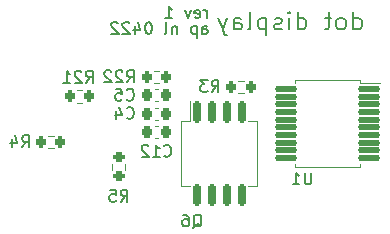
<source format=gbo>
%TF.GenerationSoftware,KiCad,Pcbnew,(6.0.2)*%
%TF.CreationDate,2022-05-02T21:41:20-07:00*%
%TF.ProjectId,hcms_dot_display_bottom,68636d73-5f64-46f7-945f-646973706c61,rev?*%
%TF.SameCoordinates,Original*%
%TF.FileFunction,Legend,Bot*%
%TF.FilePolarity,Positive*%
%FSLAX46Y46*%
G04 Gerber Fmt 4.6, Leading zero omitted, Abs format (unit mm)*
G04 Created by KiCad (PCBNEW (6.0.2)) date 2022-05-02 21:41:20*
%MOMM*%
%LPD*%
G01*
G04 APERTURE LIST*
G04 Aperture macros list*
%AMRoundRect*
0 Rectangle with rounded corners*
0 $1 Rounding radius*
0 $2 $3 $4 $5 $6 $7 $8 $9 X,Y pos of 4 corners*
0 Add a 4 corners polygon primitive as box body*
4,1,4,$2,$3,$4,$5,$6,$7,$8,$9,$2,$3,0*
0 Add four circle primitives for the rounded corners*
1,1,$1+$1,$2,$3*
1,1,$1+$1,$4,$5*
1,1,$1+$1,$6,$7*
1,1,$1+$1,$8,$9*
0 Add four rect primitives between the rounded corners*
20,1,$1+$1,$2,$3,$4,$5,0*
20,1,$1+$1,$4,$5,$6,$7,0*
20,1,$1+$1,$6,$7,$8,$9,0*
20,1,$1+$1,$8,$9,$2,$3,0*%
G04 Aperture macros list end*
%ADD10C,0.200000*%
%ADD11C,0.150000*%
%ADD12C,0.120000*%
%ADD13R,1.700000X1.700000*%
%ADD14O,1.700000X1.700000*%
%ADD15R,1.160000X1.160000*%
%ADD16C,1.160000*%
%ADD17C,0.600000*%
%ADD18O,3.200000X1.300000*%
%ADD19O,2.500000X1.300000*%
%ADD20RoundRect,0.200000X0.200000X0.275000X-0.200000X0.275000X-0.200000X-0.275000X0.200000X-0.275000X0*%
%ADD21RoundRect,0.125000X0.825000X0.125000X-0.825000X0.125000X-0.825000X-0.125000X0.825000X-0.125000X0*%
%ADD22RoundRect,0.200000X-0.200000X-0.275000X0.200000X-0.275000X0.200000X0.275000X-0.200000X0.275000X0*%
%ADD23RoundRect,0.225000X0.225000X0.250000X-0.225000X0.250000X-0.225000X-0.250000X0.225000X-0.250000X0*%
%ADD24RoundRect,0.225000X-0.225000X-0.250000X0.225000X-0.250000X0.225000X0.250000X-0.225000X0.250000X0*%
%ADD25RoundRect,0.150000X-0.150000X0.800000X-0.150000X-0.800000X0.150000X-0.800000X0.150000X0.800000X0*%
%ADD26C,0.700000*%
%ADD27C,4.400000*%
%ADD28RoundRect,0.200000X-0.275000X0.200000X-0.275000X-0.200000X0.275000X-0.200000X0.275000X0.200000X0*%
G04 APERTURE END LIST*
D10*
X192270000Y-112328571D02*
X192270000Y-110828571D01*
X192270000Y-112257142D02*
X192412857Y-112328571D01*
X192698571Y-112328571D01*
X192841428Y-112257142D01*
X192912857Y-112185714D01*
X192984285Y-112042857D01*
X192984285Y-111614285D01*
X192912857Y-111471428D01*
X192841428Y-111400000D01*
X192698571Y-111328571D01*
X192412857Y-111328571D01*
X192270000Y-111400000D01*
X191341428Y-112328571D02*
X191484285Y-112257142D01*
X191555714Y-112185714D01*
X191627142Y-112042857D01*
X191627142Y-111614285D01*
X191555714Y-111471428D01*
X191484285Y-111400000D01*
X191341428Y-111328571D01*
X191127142Y-111328571D01*
X190984285Y-111400000D01*
X190912857Y-111471428D01*
X190841428Y-111614285D01*
X190841428Y-112042857D01*
X190912857Y-112185714D01*
X190984285Y-112257142D01*
X191127142Y-112328571D01*
X191341428Y-112328571D01*
X190412857Y-111328571D02*
X189841428Y-111328571D01*
X190198571Y-110828571D02*
X190198571Y-112114285D01*
X190127142Y-112257142D01*
X189984285Y-112328571D01*
X189841428Y-112328571D01*
X187555714Y-112328571D02*
X187555714Y-110828571D01*
X187555714Y-112257142D02*
X187698571Y-112328571D01*
X187984285Y-112328571D01*
X188127142Y-112257142D01*
X188198571Y-112185714D01*
X188270000Y-112042857D01*
X188270000Y-111614285D01*
X188198571Y-111471428D01*
X188127142Y-111400000D01*
X187984285Y-111328571D01*
X187698571Y-111328571D01*
X187555714Y-111400000D01*
X186841428Y-112328571D02*
X186841428Y-111328571D01*
X186841428Y-110828571D02*
X186912857Y-110900000D01*
X186841428Y-110971428D01*
X186770000Y-110900000D01*
X186841428Y-110828571D01*
X186841428Y-110971428D01*
X186198571Y-112257142D02*
X186055714Y-112328571D01*
X185770000Y-112328571D01*
X185627142Y-112257142D01*
X185555714Y-112114285D01*
X185555714Y-112042857D01*
X185627142Y-111900000D01*
X185770000Y-111828571D01*
X185984285Y-111828571D01*
X186127142Y-111757142D01*
X186198571Y-111614285D01*
X186198571Y-111542857D01*
X186127142Y-111400000D01*
X185984285Y-111328571D01*
X185770000Y-111328571D01*
X185627142Y-111400000D01*
X184912857Y-111328571D02*
X184912857Y-112828571D01*
X184912857Y-111400000D02*
X184770000Y-111328571D01*
X184484285Y-111328571D01*
X184341428Y-111400000D01*
X184270000Y-111471428D01*
X184198571Y-111614285D01*
X184198571Y-112042857D01*
X184270000Y-112185714D01*
X184341428Y-112257142D01*
X184484285Y-112328571D01*
X184770000Y-112328571D01*
X184912857Y-112257142D01*
X183341428Y-112328571D02*
X183484285Y-112257142D01*
X183555714Y-112114285D01*
X183555714Y-110828571D01*
X182127142Y-112328571D02*
X182127142Y-111542857D01*
X182198571Y-111400000D01*
X182341428Y-111328571D01*
X182627142Y-111328571D01*
X182770000Y-111400000D01*
X182127142Y-112257142D02*
X182270000Y-112328571D01*
X182627142Y-112328571D01*
X182770000Y-112257142D01*
X182841428Y-112114285D01*
X182841428Y-111971428D01*
X182770000Y-111828571D01*
X182627142Y-111757142D01*
X182270000Y-111757142D01*
X182127142Y-111685714D01*
X181555714Y-111328571D02*
X181198571Y-112328571D01*
X180841428Y-111328571D02*
X181198571Y-112328571D01*
X181341428Y-112685714D01*
X181412857Y-112757142D01*
X181555714Y-112828571D01*
D11*
X179864404Y-111352380D02*
X179864404Y-110685714D01*
X179864404Y-110876190D02*
X179816785Y-110780952D01*
X179769166Y-110733333D01*
X179673928Y-110685714D01*
X179578690Y-110685714D01*
X178864404Y-111304761D02*
X178959642Y-111352380D01*
X179150119Y-111352380D01*
X179245357Y-111304761D01*
X179292976Y-111209523D01*
X179292976Y-110828571D01*
X179245357Y-110733333D01*
X179150119Y-110685714D01*
X178959642Y-110685714D01*
X178864404Y-110733333D01*
X178816785Y-110828571D01*
X178816785Y-110923809D01*
X179292976Y-111019047D01*
X178483452Y-110685714D02*
X178245357Y-111352380D01*
X178007261Y-110685714D01*
X176340595Y-111352380D02*
X176912023Y-111352380D01*
X176626309Y-111352380D02*
X176626309Y-110352380D01*
X176721547Y-110495238D01*
X176816785Y-110590476D01*
X176912023Y-110638095D01*
X179485833Y-112702380D02*
X179485833Y-112178571D01*
X179533452Y-112083333D01*
X179628690Y-112035714D01*
X179819166Y-112035714D01*
X179914404Y-112083333D01*
X179485833Y-112654761D02*
X179581071Y-112702380D01*
X179819166Y-112702380D01*
X179914404Y-112654761D01*
X179962023Y-112559523D01*
X179962023Y-112464285D01*
X179914404Y-112369047D01*
X179819166Y-112321428D01*
X179581071Y-112321428D01*
X179485833Y-112273809D01*
X179009642Y-112035714D02*
X179009642Y-113035714D01*
X179009642Y-112083333D02*
X178914404Y-112035714D01*
X178723928Y-112035714D01*
X178628690Y-112083333D01*
X178581071Y-112130952D01*
X178533452Y-112226190D01*
X178533452Y-112511904D01*
X178581071Y-112607142D01*
X178628690Y-112654761D01*
X178723928Y-112702380D01*
X178914404Y-112702380D01*
X179009642Y-112654761D01*
X177342976Y-112035714D02*
X177342976Y-112702380D01*
X177342976Y-112130952D02*
X177295357Y-112083333D01*
X177200119Y-112035714D01*
X177057261Y-112035714D01*
X176962023Y-112083333D01*
X176914404Y-112178571D01*
X176914404Y-112702380D01*
X176295357Y-112702380D02*
X176390595Y-112654761D01*
X176438214Y-112559523D01*
X176438214Y-111702380D01*
X174962023Y-111702380D02*
X174866785Y-111702380D01*
X174771547Y-111750000D01*
X174723928Y-111797619D01*
X174676309Y-111892857D01*
X174628690Y-112083333D01*
X174628690Y-112321428D01*
X174676309Y-112511904D01*
X174723928Y-112607142D01*
X174771547Y-112654761D01*
X174866785Y-112702380D01*
X174962023Y-112702380D01*
X175057261Y-112654761D01*
X175104880Y-112607142D01*
X175152500Y-112511904D01*
X175200119Y-112321428D01*
X175200119Y-112083333D01*
X175152500Y-111892857D01*
X175104880Y-111797619D01*
X175057261Y-111750000D01*
X174962023Y-111702380D01*
X173771547Y-112035714D02*
X173771547Y-112702380D01*
X174009642Y-111654761D02*
X174247738Y-112369047D01*
X173628690Y-112369047D01*
X173295357Y-111797619D02*
X173247738Y-111750000D01*
X173152500Y-111702380D01*
X172914404Y-111702380D01*
X172819166Y-111750000D01*
X172771547Y-111797619D01*
X172723928Y-111892857D01*
X172723928Y-111988095D01*
X172771547Y-112130952D01*
X173342976Y-112702380D01*
X172723928Y-112702380D01*
X172342976Y-111797619D02*
X172295357Y-111750000D01*
X172200119Y-111702380D01*
X171962023Y-111702380D01*
X171866785Y-111750000D01*
X171819166Y-111797619D01*
X171771547Y-111892857D01*
X171771547Y-111988095D01*
X171819166Y-112130952D01*
X172390595Y-112702380D01*
X171771547Y-112702380D01*
X169622857Y-116822380D02*
X169956190Y-116346190D01*
X170194285Y-116822380D02*
X170194285Y-115822380D01*
X169813333Y-115822380D01*
X169718095Y-115870000D01*
X169670476Y-115917619D01*
X169622857Y-116012857D01*
X169622857Y-116155714D01*
X169670476Y-116250952D01*
X169718095Y-116298571D01*
X169813333Y-116346190D01*
X170194285Y-116346190D01*
X169241904Y-115917619D02*
X169194285Y-115870000D01*
X169099047Y-115822380D01*
X168860952Y-115822380D01*
X168765714Y-115870000D01*
X168718095Y-115917619D01*
X168670476Y-116012857D01*
X168670476Y-116108095D01*
X168718095Y-116250952D01*
X169289523Y-116822380D01*
X168670476Y-116822380D01*
X167718095Y-116822380D02*
X168289523Y-116822380D01*
X168003809Y-116822380D02*
X168003809Y-115822380D01*
X168099047Y-115965238D01*
X168194285Y-116060476D01*
X168289523Y-116108095D01*
X188711904Y-124452380D02*
X188711904Y-125261904D01*
X188664285Y-125357142D01*
X188616666Y-125404761D01*
X188521428Y-125452380D01*
X188330952Y-125452380D01*
X188235714Y-125404761D01*
X188188095Y-125357142D01*
X188140476Y-125261904D01*
X188140476Y-124452380D01*
X187140476Y-125452380D02*
X187711904Y-125452380D01*
X187426190Y-125452380D02*
X187426190Y-124452380D01*
X187521428Y-124595238D01*
X187616666Y-124690476D01*
X187711904Y-124738095D01*
X173092857Y-116802380D02*
X173426190Y-116326190D01*
X173664285Y-116802380D02*
X173664285Y-115802380D01*
X173283333Y-115802380D01*
X173188095Y-115850000D01*
X173140476Y-115897619D01*
X173092857Y-115992857D01*
X173092857Y-116135714D01*
X173140476Y-116230952D01*
X173188095Y-116278571D01*
X173283333Y-116326190D01*
X173664285Y-116326190D01*
X172711904Y-115897619D02*
X172664285Y-115850000D01*
X172569047Y-115802380D01*
X172330952Y-115802380D01*
X172235714Y-115850000D01*
X172188095Y-115897619D01*
X172140476Y-115992857D01*
X172140476Y-116088095D01*
X172188095Y-116230952D01*
X172759523Y-116802380D01*
X172140476Y-116802380D01*
X171759523Y-115897619D02*
X171711904Y-115850000D01*
X171616666Y-115802380D01*
X171378571Y-115802380D01*
X171283333Y-115850000D01*
X171235714Y-115897619D01*
X171188095Y-115992857D01*
X171188095Y-116088095D01*
X171235714Y-116230952D01*
X171807142Y-116802380D01*
X171188095Y-116802380D01*
X176242857Y-123007142D02*
X176290476Y-123054761D01*
X176433333Y-123102380D01*
X176528571Y-123102380D01*
X176671428Y-123054761D01*
X176766666Y-122959523D01*
X176814285Y-122864285D01*
X176861904Y-122673809D01*
X176861904Y-122530952D01*
X176814285Y-122340476D01*
X176766666Y-122245238D01*
X176671428Y-122150000D01*
X176528571Y-122102380D01*
X176433333Y-122102380D01*
X176290476Y-122150000D01*
X176242857Y-122197619D01*
X175290476Y-123102380D02*
X175861904Y-123102380D01*
X175576190Y-123102380D02*
X175576190Y-122102380D01*
X175671428Y-122245238D01*
X175766666Y-122340476D01*
X175861904Y-122388095D01*
X174909523Y-122197619D02*
X174861904Y-122150000D01*
X174766666Y-122102380D01*
X174528571Y-122102380D01*
X174433333Y-122150000D01*
X174385714Y-122197619D01*
X174338095Y-122292857D01*
X174338095Y-122388095D01*
X174385714Y-122530952D01*
X174957142Y-123102380D01*
X174338095Y-123102380D01*
X164216666Y-122302380D02*
X164550000Y-121826190D01*
X164788095Y-122302380D02*
X164788095Y-121302380D01*
X164407142Y-121302380D01*
X164311904Y-121350000D01*
X164264285Y-121397619D01*
X164216666Y-121492857D01*
X164216666Y-121635714D01*
X164264285Y-121730952D01*
X164311904Y-121778571D01*
X164407142Y-121826190D01*
X164788095Y-121826190D01*
X163359523Y-121635714D02*
X163359523Y-122302380D01*
X163597619Y-121254761D02*
X163835714Y-121969047D01*
X163216666Y-121969047D01*
X173066666Y-118257142D02*
X173114285Y-118304761D01*
X173257142Y-118352380D01*
X173352380Y-118352380D01*
X173495238Y-118304761D01*
X173590476Y-118209523D01*
X173638095Y-118114285D01*
X173685714Y-117923809D01*
X173685714Y-117780952D01*
X173638095Y-117590476D01*
X173590476Y-117495238D01*
X173495238Y-117400000D01*
X173352380Y-117352380D01*
X173257142Y-117352380D01*
X173114285Y-117400000D01*
X173066666Y-117447619D01*
X172161904Y-117352380D02*
X172638095Y-117352380D01*
X172685714Y-117828571D01*
X172638095Y-117780952D01*
X172542857Y-117733333D01*
X172304761Y-117733333D01*
X172209523Y-117780952D01*
X172161904Y-117828571D01*
X172114285Y-117923809D01*
X172114285Y-118161904D01*
X172161904Y-118257142D01*
X172209523Y-118304761D01*
X172304761Y-118352380D01*
X172542857Y-118352380D01*
X172638095Y-118304761D01*
X172685714Y-118257142D01*
X180266666Y-117602380D02*
X180600000Y-117126190D01*
X180838095Y-117602380D02*
X180838095Y-116602380D01*
X180457142Y-116602380D01*
X180361904Y-116650000D01*
X180314285Y-116697619D01*
X180266666Y-116792857D01*
X180266666Y-116935714D01*
X180314285Y-117030952D01*
X180361904Y-117078571D01*
X180457142Y-117126190D01*
X180838095Y-117126190D01*
X179933333Y-116602380D02*
X179314285Y-116602380D01*
X179647619Y-116983333D01*
X179504761Y-116983333D01*
X179409523Y-117030952D01*
X179361904Y-117078571D01*
X179314285Y-117173809D01*
X179314285Y-117411904D01*
X179361904Y-117507142D01*
X179409523Y-117554761D01*
X179504761Y-117602380D01*
X179790476Y-117602380D01*
X179885714Y-117554761D01*
X179933333Y-117507142D01*
X178695238Y-129097619D02*
X178790476Y-129050000D01*
X178885714Y-128954761D01*
X179028571Y-128811904D01*
X179123809Y-128764285D01*
X179219047Y-128764285D01*
X179171428Y-129002380D02*
X179266666Y-128954761D01*
X179361904Y-128859523D01*
X179409523Y-128669047D01*
X179409523Y-128335714D01*
X179361904Y-128145238D01*
X179266666Y-128050000D01*
X179171428Y-128002380D01*
X178980952Y-128002380D01*
X178885714Y-128050000D01*
X178790476Y-128145238D01*
X178742857Y-128335714D01*
X178742857Y-128669047D01*
X178790476Y-128859523D01*
X178885714Y-128954761D01*
X178980952Y-129002380D01*
X179171428Y-129002380D01*
X177885714Y-128002380D02*
X178076190Y-128002380D01*
X178171428Y-128050000D01*
X178219047Y-128097619D01*
X178314285Y-128240476D01*
X178361904Y-128430952D01*
X178361904Y-128811904D01*
X178314285Y-128907142D01*
X178266666Y-128954761D01*
X178171428Y-129002380D01*
X177980952Y-129002380D01*
X177885714Y-128954761D01*
X177838095Y-128907142D01*
X177790476Y-128811904D01*
X177790476Y-128573809D01*
X177838095Y-128478571D01*
X177885714Y-128430952D01*
X177980952Y-128383333D01*
X178171428Y-128383333D01*
X178266666Y-128430952D01*
X178314285Y-128478571D01*
X178361904Y-128573809D01*
X173066666Y-119807142D02*
X173114285Y-119854761D01*
X173257142Y-119902380D01*
X173352380Y-119902380D01*
X173495238Y-119854761D01*
X173590476Y-119759523D01*
X173638095Y-119664285D01*
X173685714Y-119473809D01*
X173685714Y-119330952D01*
X173638095Y-119140476D01*
X173590476Y-119045238D01*
X173495238Y-118950000D01*
X173352380Y-118902380D01*
X173257142Y-118902380D01*
X173114285Y-118950000D01*
X173066666Y-118997619D01*
X172209523Y-119235714D02*
X172209523Y-119902380D01*
X172447619Y-118854761D02*
X172685714Y-119569047D01*
X172066666Y-119569047D01*
X172566666Y-126902380D02*
X172900000Y-126426190D01*
X173138095Y-126902380D02*
X173138095Y-125902380D01*
X172757142Y-125902380D01*
X172661904Y-125950000D01*
X172614285Y-125997619D01*
X172566666Y-126092857D01*
X172566666Y-126235714D01*
X172614285Y-126330952D01*
X172661904Y-126378571D01*
X172757142Y-126426190D01*
X173138095Y-126426190D01*
X171661904Y-125902380D02*
X172138095Y-125902380D01*
X172185714Y-126378571D01*
X172138095Y-126330952D01*
X172042857Y-126283333D01*
X171804761Y-126283333D01*
X171709523Y-126330952D01*
X171661904Y-126378571D01*
X171614285Y-126473809D01*
X171614285Y-126711904D01*
X171661904Y-126807142D01*
X171709523Y-126854761D01*
X171804761Y-126902380D01*
X172042857Y-126902380D01*
X172138095Y-126854761D01*
X172185714Y-126807142D01*
D12*
X169337258Y-117477500D02*
X168862742Y-117477500D01*
X169337258Y-118522500D02*
X168862742Y-118522500D01*
X192860000Y-124010000D02*
X192860000Y-123735000D01*
X190100000Y-124010000D02*
X192860000Y-124010000D01*
X190100000Y-124010000D02*
X187340000Y-124010000D01*
X190100000Y-116590000D02*
X187340000Y-116590000D01*
X187340000Y-116590000D02*
X187340000Y-116865000D01*
X192860000Y-116590000D02*
X192860000Y-116865000D01*
X192860000Y-116865000D02*
X194550000Y-116865000D01*
X190100000Y-116590000D02*
X192860000Y-116590000D01*
X187340000Y-124010000D02*
X187340000Y-123735000D01*
X175362742Y-116872500D02*
X175837258Y-116872500D01*
X175362742Y-115827500D02*
X175837258Y-115827500D01*
X175740580Y-120490000D02*
X175459420Y-120490000D01*
X175740580Y-121510000D02*
X175459420Y-121510000D01*
X166887258Y-122372500D02*
X166412742Y-122372500D01*
X166887258Y-121327500D02*
X166412742Y-121327500D01*
X175459420Y-118410000D02*
X175740580Y-118410000D01*
X175459420Y-117390000D02*
X175740580Y-117390000D01*
X182987258Y-116677500D02*
X182512742Y-116677500D01*
X182987258Y-117722500D02*
X182512742Y-117722500D01*
X184110000Y-120090000D02*
X183365000Y-120090000D01*
X177690000Y-122850000D02*
X177690000Y-125610000D01*
X177690000Y-120090000D02*
X178435000Y-120090000D01*
X184110000Y-125610000D02*
X183365000Y-125610000D01*
X184110000Y-122850000D02*
X184110000Y-125610000D01*
X184110000Y-122850000D02*
X184110000Y-120090000D01*
X178435000Y-120090000D02*
X178435000Y-118400000D01*
X177690000Y-125610000D02*
X178435000Y-125610000D01*
X177690000Y-122850000D02*
X177690000Y-120090000D01*
X175459420Y-118940000D02*
X175740580Y-118940000D01*
X175459420Y-119960000D02*
X175740580Y-119960000D01*
X172922500Y-123712742D02*
X172922500Y-124187258D01*
X171877500Y-123712742D02*
X171877500Y-124187258D01*
%LPC*%
G36*
X185969501Y-126600203D02*
G01*
X185986259Y-126601407D01*
X186001430Y-126608427D01*
X186011928Y-126614522D01*
X186027021Y-126617929D01*
X186027409Y-126617940D01*
X186044067Y-126620220D01*
X186061001Y-126625181D01*
X186074598Y-126631495D01*
X186081247Y-126637838D01*
X186081602Y-126640338D01*
X186077579Y-126644121D01*
X186076679Y-126644153D01*
X186076676Y-126644155D01*
X186071847Y-126647190D01*
X186073793Y-126652199D01*
X186081125Y-126654929D01*
X186085156Y-126655081D01*
X186087529Y-126656707D01*
X186081218Y-126662096D01*
X186076411Y-126666225D01*
X186076468Y-126670346D01*
X186085458Y-126675226D01*
X186086753Y-126675777D01*
X186102035Y-126679735D01*
X186119506Y-126681356D01*
X186134287Y-126681919D01*
X186149581Y-126684681D01*
X186155779Y-126689262D01*
X186152367Y-126695122D01*
X186138831Y-126701721D01*
X186126187Y-126706994D01*
X186114694Y-126715181D01*
X186114665Y-126715202D01*
X186113723Y-126723224D01*
X186123325Y-126731124D01*
X186130303Y-126735110D01*
X186134000Y-126739333D01*
X186129415Y-126742529D01*
X186122134Y-126743472D01*
X186109817Y-126740279D01*
X186103482Y-126737179D01*
X186095819Y-126734798D01*
X186095428Y-126736757D01*
X186103733Y-126742529D01*
X186111133Y-126745444D01*
X186128149Y-126748896D01*
X186147617Y-126750320D01*
X186163098Y-126750655D01*
X186173183Y-126752194D01*
X186177372Y-126755979D01*
X186178204Y-126763069D01*
X186178043Y-126767152D01*
X186177706Y-126767796D01*
X186174790Y-126773367D01*
X186164905Y-126773088D01*
X186156024Y-126772810D01*
X186151607Y-126776171D01*
X186151625Y-126776882D01*
X186154823Y-126783294D01*
X186164828Y-126786973D01*
X186183517Y-126788654D01*
X186195560Y-126789740D01*
X186205257Y-126793738D01*
X186210590Y-126802279D01*
X186212402Y-126807224D01*
X186215054Y-126818423D01*
X186211756Y-126822058D01*
X186201795Y-126819528D01*
X186192767Y-126816519D01*
X186183193Y-126814675D01*
X186179896Y-126815885D01*
X186184853Y-126820086D01*
X186191015Y-126825624D01*
X186193949Y-126835492D01*
X186188902Y-126843561D01*
X186186251Y-126844284D01*
X186175411Y-126842170D01*
X186161419Y-126835951D01*
X186147938Y-126827454D01*
X186138630Y-126818504D01*
X186134489Y-126812875D01*
X186130857Y-126811583D01*
X186127662Y-126819684D01*
X186123241Y-126827301D01*
X186113846Y-126828620D01*
X186107639Y-126828391D01*
X186098696Y-126834783D01*
X186097373Y-126836946D01*
X186091813Y-126840772D01*
X186082750Y-126836903D01*
X186074862Y-126833283D01*
X186071816Y-126836142D01*
X186070668Y-126838759D01*
X186063837Y-126839014D01*
X186058772Y-126838599D01*
X186055858Y-126845423D01*
X186055583Y-126847325D01*
X186053104Y-126851531D01*
X186049797Y-126857142D01*
X186038867Y-126867457D01*
X186021876Y-126880019D01*
X186050627Y-126889792D01*
X186055278Y-126891416D01*
X186072235Y-126898224D01*
X186083576Y-126904211D01*
X186087827Y-126908468D01*
X186083519Y-126910089D01*
X186081327Y-126911081D01*
X186078682Y-126912278D01*
X186077208Y-126919667D01*
X186080573Y-126928334D01*
X186087997Y-126934097D01*
X186094997Y-126938260D01*
X186095338Y-126942657D01*
X186095711Y-126947458D01*
X186095672Y-126947586D01*
X186097150Y-126958176D01*
X186106543Y-126966869D01*
X186121160Y-126972097D01*
X186138314Y-126972292D01*
X186138723Y-126972227D01*
X186151412Y-126971640D01*
X186159000Y-126973658D01*
X186159656Y-126977103D01*
X186151547Y-126980798D01*
X186145736Y-126982865D01*
X186141353Y-126988094D01*
X186146585Y-126993779D01*
X186160880Y-126998851D01*
X186169899Y-127001845D01*
X186179535Y-127007867D01*
X186183468Y-127013886D01*
X186180695Y-127017867D01*
X186170212Y-127017776D01*
X186162861Y-127016727D01*
X186158412Y-127019239D01*
X186159893Y-127029103D01*
X186160369Y-127031107D01*
X186160701Y-127040468D01*
X186155157Y-127043074D01*
X186151282Y-127042551D01*
X186143628Y-127037754D01*
X186140313Y-127034059D01*
X186133570Y-127033266D01*
X186130330Y-127040414D01*
X186128580Y-127046848D01*
X186122384Y-127047905D01*
X186113590Y-127041793D01*
X186104189Y-127029355D01*
X186096041Y-127018428D01*
X186087725Y-127013136D01*
X186084906Y-127014542D01*
X186082288Y-127015848D01*
X186081543Y-127026771D01*
X186081987Y-127030660D01*
X186080117Y-127036313D01*
X186071429Y-127034972D01*
X186068075Y-127033984D01*
X186062108Y-127034065D01*
X186063139Y-127040513D01*
X186064382Y-127045621D01*
X186060831Y-127048046D01*
X186049316Y-127046654D01*
X186033943Y-127043489D01*
X186019873Y-127039980D01*
X186017177Y-127039245D01*
X186010540Y-127039165D01*
X186011134Y-127045092D01*
X186016114Y-127050526D01*
X186027303Y-127053712D01*
X186036465Y-127055788D01*
X186044967Y-127066347D01*
X186052838Y-127076593D01*
X186068988Y-127082586D01*
X186082113Y-127085769D01*
X186107197Y-127094565D01*
X186131425Y-127105801D01*
X186149975Y-127117403D01*
X186163201Y-127127806D01*
X186149344Y-127140648D01*
X186140111Y-127151941D01*
X186139076Y-127162840D01*
X186140235Y-127169116D01*
X186135167Y-127169150D01*
X186133232Y-127168401D01*
X186121629Y-127164297D01*
X186106392Y-127159227D01*
X186103688Y-127158277D01*
X186085671Y-127149144D01*
X186070666Y-127137604D01*
X186063348Y-127130364D01*
X186055189Y-127124056D01*
X186051441Y-127125462D01*
X186050539Y-127134327D01*
X186050401Y-127139215D01*
X186048219Y-127142722D01*
X186041230Y-127137717D01*
X186037536Y-127134977D01*
X186025291Y-127129196D01*
X186012125Y-127125951D01*
X186001564Y-127125886D01*
X185997132Y-127129646D01*
X185997099Y-127130067D01*
X185994564Y-127129956D01*
X185989314Y-127122165D01*
X185983579Y-127113666D01*
X185975131Y-127106050D01*
X185968263Y-127104313D01*
X185965429Y-127109733D01*
X185964009Y-127115191D01*
X185957367Y-127118242D01*
X185942822Y-127118967D01*
X185937929Y-127119272D01*
X185933513Y-127121085D01*
X185935514Y-127126895D01*
X185944108Y-127138505D01*
X185957210Y-127151570D01*
X185964338Y-127157137D01*
X185972331Y-127163379D01*
X185977671Y-127167063D01*
X185997091Y-127181510D01*
X186014649Y-127195844D01*
X186019882Y-127200288D01*
X186032376Y-127208666D01*
X186045578Y-127212425D01*
X186064422Y-127213294D01*
X186067969Y-127213307D01*
X186083613Y-127214079D01*
X186090798Y-127216401D01*
X186091357Y-127220785D01*
X186092281Y-127226064D01*
X186100272Y-127231083D01*
X186112618Y-127233308D01*
X186125846Y-127231646D01*
X186135711Y-127230319D01*
X186150384Y-127231796D01*
X186154003Y-127232781D01*
X186160070Y-127236029D01*
X186156803Y-127239967D01*
X186153419Y-127242937D01*
X186152951Y-127248327D01*
X186156440Y-127250400D01*
X186169229Y-127252945D01*
X186185980Y-127253222D01*
X186202379Y-127251305D01*
X186214110Y-127247270D01*
X186219552Y-127243976D01*
X186224919Y-127242594D01*
X186226078Y-127247747D01*
X186228005Y-127252465D01*
X186236717Y-127255848D01*
X186242926Y-127256238D01*
X186246561Y-127259014D01*
X186242846Y-127265743D01*
X186231423Y-127277919D01*
X186230141Y-127279170D01*
X186215925Y-127289528D01*
X186203496Y-127292879D01*
X186186023Y-127291951D01*
X186173888Y-127293263D01*
X186168785Y-127297834D01*
X186168867Y-127306383D01*
X186169698Y-127312536D01*
X186167046Y-127318394D01*
X186156632Y-127319681D01*
X186146001Y-127321428D01*
X186139686Y-127326187D01*
X186138471Y-127327653D01*
X186130716Y-127325886D01*
X186116635Y-127316318D01*
X186099081Y-127303183D01*
X186082895Y-127293264D01*
X186071856Y-127289971D01*
X186064716Y-127292738D01*
X186062760Y-127295471D01*
X186062868Y-127304840D01*
X186066214Y-127309042D01*
X186069924Y-127313702D01*
X186081747Y-127318731D01*
X186088356Y-127320763D01*
X186090572Y-127324778D01*
X186090445Y-127328363D01*
X186094849Y-127334373D01*
X186095812Y-127335688D01*
X186101687Y-127341742D01*
X186102247Y-127349022D01*
X186092391Y-127354480D01*
X186090742Y-127355023D01*
X186084794Y-127358545D01*
X186088402Y-127362736D01*
X186094291Y-127365296D01*
X186107153Y-127367474D01*
X186114423Y-127369048D01*
X186121614Y-127375534D01*
X186127206Y-127380819D01*
X186138793Y-127383513D01*
X186144507Y-127383679D01*
X186149504Y-127385731D01*
X186146288Y-127391492D01*
X186145526Y-127392294D01*
X186135065Y-127397444D01*
X186120369Y-127399641D01*
X186117424Y-127399672D01*
X186106966Y-127400276D01*
X186105514Y-127402561D01*
X186111686Y-127407830D01*
X186115406Y-127410789D01*
X186116814Y-127412896D01*
X186119018Y-127416193D01*
X186114345Y-127420878D01*
X186113884Y-127421153D01*
X186102776Y-127424649D01*
X186087775Y-127426324D01*
X186085172Y-127426385D01*
X186074968Y-127426952D01*
X186074361Y-127428556D01*
X186082455Y-127432184D01*
X186095205Y-127434776D01*
X186114941Y-127435045D01*
X186135958Y-127432801D01*
X186153551Y-127428301D01*
X186156765Y-127427177D01*
X186161271Y-127427942D01*
X186159709Y-127436320D01*
X186159034Y-127438584D01*
X186159004Y-127440434D01*
X186158912Y-127445993D01*
X186165744Y-127447151D01*
X186171250Y-127446671D01*
X186180134Y-127447195D01*
X186178913Y-127450762D01*
X186167638Y-127457664D01*
X186149094Y-127467537D01*
X186171405Y-127473544D01*
X186179488Y-127475992D01*
X186189445Y-127481253D01*
X186190711Y-127487386D01*
X186190205Y-127491930D01*
X186196253Y-127495220D01*
X186200455Y-127494529D01*
X186204801Y-127489901D01*
X186206037Y-127488236D01*
X186214835Y-127485615D01*
X186229307Y-127484581D01*
X186231163Y-127484586D01*
X186245128Y-127485314D01*
X186250853Y-127487903D01*
X186250493Y-127493235D01*
X186249760Y-127496167D01*
X186251463Y-127505841D01*
X186257267Y-127512809D01*
X186264428Y-127513149D01*
X186267164Y-127513149D01*
X186267261Y-127514584D01*
X186267616Y-127519857D01*
X186264720Y-127525816D01*
X186257073Y-127528440D01*
X186241860Y-127528223D01*
X186228027Y-127527790D01*
X186222657Y-127529310D01*
X186224771Y-127533276D01*
X186228334Y-127537466D01*
X186231190Y-127545180D01*
X186226879Y-127548414D01*
X186223436Y-127547236D01*
X186212921Y-127541483D01*
X186198952Y-127532553D01*
X186184524Y-127523149D01*
X186173971Y-127517661D01*
X186169811Y-127518225D01*
X186170725Y-127523145D01*
X186170984Y-127524537D01*
X186171597Y-127529699D01*
X186165498Y-127529287D01*
X186162697Y-127528353D01*
X186156927Y-127528626D01*
X186157607Y-127533077D01*
X186163570Y-127539407D01*
X186173648Y-127545320D01*
X186184194Y-127550285D01*
X186186113Y-127553828D01*
X186180297Y-127558018D01*
X186176144Y-127560698D01*
X186174258Y-127564918D01*
X186178211Y-127571668D01*
X186188843Y-127583446D01*
X186197646Y-127593357D01*
X186201037Y-127599261D01*
X186196822Y-127599063D01*
X186178799Y-127593329D01*
X186166676Y-127592135D01*
X186162246Y-127595668D01*
X186162873Y-127598094D01*
X186169400Y-127601608D01*
X186176945Y-127604642D01*
X186186688Y-127613008D01*
X186186699Y-127613020D01*
X186198542Y-127624109D01*
X186212780Y-127634763D01*
X186228738Y-127645117D01*
X186214453Y-127642784D01*
X186203445Y-127642292D01*
X186193333Y-127644675D01*
X186192829Y-127644947D01*
X186183143Y-127644645D01*
X186169429Y-127638351D01*
X186166569Y-127636594D01*
X186156549Y-127631226D01*
X186151212Y-127631510D01*
X186147057Y-127637279D01*
X186142824Y-127643030D01*
X186137777Y-127642271D01*
X186128624Y-127634420D01*
X186117989Y-127626754D01*
X186111899Y-127627901D01*
X186111358Y-127632567D01*
X186115177Y-127643673D01*
X186115801Y-127644732D01*
X186122573Y-127656231D01*
X186131208Y-127666505D01*
X186138742Y-127670759D01*
X186143095Y-127671693D01*
X186146080Y-127677293D01*
X186140968Y-127684058D01*
X186138515Y-127685888D01*
X186135635Y-127693634D01*
X186137472Y-127696027D01*
X186141699Y-127701535D01*
X186155597Y-127707789D01*
X186158442Y-127708603D01*
X186173090Y-127713554D01*
X186182875Y-127718038D01*
X186183303Y-127718325D01*
X186187384Y-127725212D01*
X186183923Y-127730909D01*
X186175374Y-127731131D01*
X186168856Y-127730682D01*
X186168765Y-127736945D01*
X186175855Y-127749380D01*
X186180483Y-127756837D01*
X186179515Y-127762107D01*
X186169808Y-127766667D01*
X186165010Y-127768325D01*
X186155493Y-127768769D01*
X186148409Y-127762035D01*
X186141644Y-127755830D01*
X186127859Y-127754531D01*
X186117651Y-127754701D01*
X186114371Y-127749008D01*
X186112149Y-127743798D01*
X186102841Y-127743923D01*
X186101184Y-127744360D01*
X186095058Y-127746759D01*
X186096336Y-127750523D01*
X186105501Y-127758253D01*
X186111357Y-127763144D01*
X186118568Y-127771467D01*
X186116391Y-127775863D01*
X186104797Y-127777147D01*
X186093472Y-127778545D01*
X186084445Y-127782604D01*
X186080513Y-127783889D01*
X186070701Y-127779571D01*
X186058304Y-127768598D01*
X186045220Y-127752429D01*
X186043859Y-127750657D01*
X186031963Y-127742610D01*
X186012146Y-127738484D01*
X186003103Y-127737637D01*
X185992934Y-127737523D01*
X185990080Y-127740036D01*
X185992426Y-127745979D01*
X185994998Y-127749602D01*
X186004239Y-127758601D01*
X186005477Y-127759807D01*
X186019533Y-127770402D01*
X186040437Y-127784236D01*
X186041267Y-127784785D01*
X186023296Y-127789753D01*
X186005324Y-127794721D01*
X186022882Y-127798616D01*
X186027688Y-127799732D01*
X186040490Y-127804028D01*
X186044331Y-127809110D01*
X186040522Y-127816292D01*
X186037315Y-127822657D01*
X186042859Y-127827060D01*
X186047531Y-127828609D01*
X186064663Y-127829587D01*
X186077136Y-127822362D01*
X186083609Y-127816914D01*
X186093416Y-127814137D01*
X186100833Y-127816789D01*
X186102311Y-127824562D01*
X186102497Y-127832248D01*
X186111000Y-127838339D01*
X186111579Y-127838525D01*
X186116720Y-127841090D01*
X186113583Y-127843623D01*
X186101073Y-127847089D01*
X186098459Y-127847680D01*
X186079460Y-127850288D01*
X186062508Y-127850338D01*
X186056109Y-127849831D01*
X186046743Y-127850889D01*
X186047444Y-127854877D01*
X186058420Y-127861244D01*
X186066038Y-127863443D01*
X186086179Y-127865043D01*
X186114273Y-127863969D01*
X186122636Y-127863372D01*
X186142513Y-127862671D01*
X186153530Y-127863824D01*
X186156926Y-127866919D01*
X186153331Y-127872499D01*
X186143308Y-127878337D01*
X186140164Y-127879651D01*
X186132646Y-127885334D01*
X186134084Y-127890081D01*
X186143123Y-127892673D01*
X186158406Y-127891894D01*
X186159952Y-127891649D01*
X186172228Y-127890205D01*
X186176070Y-127891593D01*
X186173282Y-127896354D01*
X186170117Y-127898992D01*
X186160891Y-127901942D01*
X186145048Y-127903258D01*
X186120607Y-127903196D01*
X186103934Y-127903075D01*
X186081161Y-127904206D01*
X186067351Y-127906932D01*
X186063041Y-127911115D01*
X186068769Y-127916616D01*
X186075556Y-127922747D01*
X186082700Y-127934712D01*
X186084916Y-127939931D01*
X186090113Y-127944800D01*
X186098934Y-127941769D01*
X186106292Y-127938942D01*
X186115332Y-127940880D01*
X186115826Y-127945332D01*
X186106782Y-127949453D01*
X186097636Y-127953610D01*
X186093094Y-127960115D01*
X186092670Y-127964844D01*
X186086996Y-127973270D01*
X186075640Y-127973662D01*
X186059788Y-127965816D01*
X186055707Y-127963261D01*
X186038875Y-127955720D01*
X186023764Y-127952686D01*
X186015821Y-127951725D01*
X186004901Y-127946894D01*
X185991314Y-127936746D01*
X185972925Y-127919906D01*
X185965501Y-127912920D01*
X185951170Y-127900331D01*
X185940598Y-127892275D01*
X185935664Y-127890248D01*
X185933742Y-127890856D01*
X185923902Y-127889956D01*
X185909421Y-127886414D01*
X185906119Y-127885432D01*
X185893069Y-127882266D01*
X185886420Y-127882967D01*
X185883145Y-127887678D01*
X185882548Y-127892642D01*
X185881922Y-127907535D01*
X185881427Y-127931010D01*
X185881059Y-127961922D01*
X185880811Y-127999128D01*
X185880679Y-128041484D01*
X185880657Y-128087847D01*
X185880740Y-128137073D01*
X185880922Y-128188017D01*
X185881198Y-128239537D01*
X185881564Y-128290488D01*
X185882012Y-128339727D01*
X185882539Y-128386110D01*
X185883139Y-128428494D01*
X185883806Y-128465734D01*
X185884536Y-128496687D01*
X185885322Y-128520210D01*
X185886160Y-128535157D01*
X185888935Y-128561648D01*
X185894205Y-128597625D01*
X185900830Y-128632591D01*
X185908288Y-128664145D01*
X185916056Y-128689886D01*
X185923613Y-128707415D01*
X185933989Y-128725411D01*
X185878872Y-128722960D01*
X185862344Y-128722036D01*
X185840751Y-128720207D01*
X185824542Y-128718072D01*
X185816342Y-128715927D01*
X185813825Y-128715023D01*
X185801705Y-128713412D01*
X185783086Y-128712585D01*
X185760844Y-128712710D01*
X185751764Y-128712870D01*
X185729237Y-128712450D01*
X185710697Y-128711000D01*
X185699460Y-128708734D01*
X185698920Y-128708517D01*
X185690683Y-128704914D01*
X185691724Y-128703488D01*
X185702724Y-128703055D01*
X185711069Y-128702223D01*
X185718317Y-128698310D01*
X185724863Y-128689044D01*
X185732951Y-128672131D01*
X185738739Y-128658257D01*
X185746750Y-128636156D01*
X185752177Y-128617608D01*
X185752920Y-128613199D01*
X185754665Y-128597467D01*
X185756843Y-128572768D01*
X185759385Y-128540177D01*
X185762224Y-128500767D01*
X185765293Y-128455614D01*
X185768525Y-128405791D01*
X185771850Y-128352373D01*
X185775203Y-128296433D01*
X185778514Y-128239047D01*
X185781717Y-128181288D01*
X185784745Y-128124231D01*
X185787529Y-128068950D01*
X185790001Y-128016519D01*
X185790727Y-128000950D01*
X185792488Y-127966342D01*
X185794269Y-127935253D01*
X185795955Y-127909460D01*
X185797435Y-127890741D01*
X185798596Y-127880875D01*
X185801769Y-127864917D01*
X185787362Y-127878215D01*
X185787131Y-127878428D01*
X185771720Y-127895058D01*
X185765656Y-127908039D01*
X185768599Y-127918094D01*
X185770149Y-127920271D01*
X185770090Y-127926664D01*
X185761310Y-127934114D01*
X185752678Y-127942264D01*
X185750593Y-127949668D01*
X185750691Y-127949961D01*
X185747689Y-127956651D01*
X185736838Y-127963266D01*
X185734391Y-127964325D01*
X185724430Y-127971180D01*
X185723420Y-127979355D01*
X185723798Y-127985308D01*
X185716907Y-127992426D01*
X185705444Y-127995197D01*
X185689791Y-127996763D01*
X185673808Y-127996981D01*
X185661116Y-127995807D01*
X185655337Y-127993195D01*
X185655077Y-127992726D01*
X185649225Y-127992771D01*
X185638871Y-127998008D01*
X185637231Y-127999011D01*
X185620936Y-128005331D01*
X185602871Y-128008133D01*
X185601152Y-128008162D01*
X185588552Y-128007604D01*
X185583676Y-128004400D01*
X185583905Y-127997017D01*
X185583537Y-127988579D01*
X185574962Y-127980331D01*
X185568406Y-127976942D01*
X185568652Y-127974334D01*
X185578445Y-127971330D01*
X185579172Y-127971138D01*
X185590412Y-127967046D01*
X185591737Y-127962232D01*
X185583764Y-127954772D01*
X185582222Y-127953569D01*
X185579111Y-127949750D01*
X185583543Y-127948019D01*
X185597062Y-127947536D01*
X185603013Y-127947303D01*
X185614931Y-127945332D01*
X185619670Y-127942047D01*
X185619273Y-127940206D01*
X185613287Y-127936728D01*
X185609729Y-127935760D01*
X185612941Y-127930690D01*
X185616157Y-127928492D01*
X185626035Y-127927453D01*
X185642957Y-127930690D01*
X185658440Y-127934379D01*
X185670795Y-127936343D01*
X185676683Y-127935226D01*
X185678183Y-127931050D01*
X185676111Y-127928240D01*
X185667544Y-127928749D01*
X185661047Y-127929705D01*
X185656905Y-127926448D01*
X185657372Y-127924352D01*
X185663555Y-127920601D01*
X185665450Y-127918508D01*
X185659953Y-127912677D01*
X185654570Y-127907904D01*
X185652869Y-127902540D01*
X185660088Y-127901141D01*
X185675477Y-127904120D01*
X185691307Y-127906708D01*
X185707556Y-127904767D01*
X185711278Y-127903466D01*
X185718789Y-127903366D01*
X185721732Y-127910767D01*
X185722967Y-127915441D01*
X185726369Y-127916740D01*
X185733670Y-127912305D01*
X185746836Y-127901402D01*
X185755222Y-127893619D01*
X185772051Y-127875262D01*
X185785402Y-127857430D01*
X185790163Y-127849546D01*
X185796692Y-127835087D01*
X185799762Y-127819229D01*
X185800528Y-127797383D01*
X185800525Y-127795829D01*
X185824450Y-127795829D01*
X185826633Y-127805379D01*
X185831181Y-127805961D01*
X185835329Y-127796762D01*
X185837310Y-127784236D01*
X185836199Y-127776318D01*
X185832620Y-127775946D01*
X185827562Y-127784662D01*
X185824450Y-127795829D01*
X185800525Y-127795829D01*
X185800518Y-127791294D01*
X185800084Y-127774611D01*
X185798425Y-127765593D01*
X185794750Y-127761900D01*
X185788263Y-127761189D01*
X185786097Y-127761027D01*
X185772931Y-127756732D01*
X185758694Y-127748422D01*
X185748103Y-127740608D01*
X185914652Y-127740608D01*
X185915858Y-127743635D01*
X185925534Y-127750550D01*
X185935717Y-127756782D01*
X185945011Y-127760678D01*
X185947223Y-127758601D01*
X185941492Y-127750550D01*
X185932640Y-127743698D01*
X185920720Y-127739946D01*
X185914652Y-127740608D01*
X185748103Y-127740608D01*
X185741389Y-127735655D01*
X185768350Y-127726700D01*
X185777129Y-127723508D01*
X185794311Y-127713831D01*
X185803247Y-127701033D01*
X185805679Y-127683078D01*
X185805586Y-127674743D01*
X185880691Y-127674743D01*
X185881475Y-127689758D01*
X185885876Y-127698499D01*
X185896013Y-127705199D01*
X185907220Y-127710375D01*
X185921864Y-127713563D01*
X185930097Y-127708831D01*
X185932529Y-127696027D01*
X185931356Y-127687094D01*
X185924590Y-127672888D01*
X185910387Y-127656017D01*
X185900760Y-127646570D01*
X185891773Y-127640452D01*
X186036790Y-127640452D01*
X186040784Y-127644821D01*
X186041982Y-127645529D01*
X186052567Y-127648924D01*
X186062256Y-127648653D01*
X186066497Y-127644732D01*
X186062964Y-127639255D01*
X186053253Y-127635918D01*
X186042114Y-127637091D01*
X186036790Y-127640452D01*
X185891773Y-127640452D01*
X185890852Y-127639825D01*
X185884854Y-127641844D01*
X185882723Y-127649772D01*
X185881792Y-127653237D01*
X185880693Y-127674612D01*
X185880691Y-127674743D01*
X185805586Y-127674743D01*
X185805511Y-127668100D01*
X185794808Y-127682438D01*
X185781888Y-127695871D01*
X185760082Y-127711092D01*
X185736696Y-127721394D01*
X185728887Y-127723530D01*
X185726672Y-127722302D01*
X185732706Y-127714932D01*
X185739302Y-127706760D01*
X185741249Y-127700963D01*
X185734862Y-127701673D01*
X185720216Y-127708927D01*
X185714516Y-127712445D01*
X185700327Y-127723867D01*
X185691282Y-127734978D01*
X185682218Y-127745684D01*
X185667980Y-127748777D01*
X185651814Y-127748777D01*
X185662339Y-127731748D01*
X185664013Y-127728996D01*
X185670313Y-127717671D01*
X185672864Y-127711357D01*
X185672310Y-127709685D01*
X185665988Y-127707945D01*
X185656012Y-127710129D01*
X185646686Y-127715547D01*
X185644864Y-127717091D01*
X185633378Y-127725169D01*
X185617804Y-127734632D01*
X185600764Y-127744075D01*
X185584880Y-127752093D01*
X185572772Y-127757279D01*
X185567063Y-127758230D01*
X185567054Y-127754801D01*
X185573134Y-127748199D01*
X185578736Y-127743435D01*
X185582909Y-127736047D01*
X185578527Y-127733275D01*
X185566740Y-127737115D01*
X185556646Y-127741880D01*
X185545859Y-127745009D01*
X185542666Y-127742545D01*
X185547858Y-127734592D01*
X185553477Y-127728038D01*
X185553806Y-127724524D01*
X185546023Y-127723953D01*
X185539044Y-127722719D01*
X185534560Y-127718022D01*
X185531125Y-127715987D01*
X185521449Y-127720682D01*
X185509157Y-127727447D01*
X185500212Y-127728164D01*
X185497324Y-127720724D01*
X185496320Y-127716568D01*
X185490347Y-127714854D01*
X185481680Y-127713842D01*
X185470399Y-127707562D01*
X185457429Y-127697593D01*
X185473387Y-127696672D01*
X185487062Y-127696334D01*
X185503486Y-127696829D01*
X185504301Y-127696877D01*
X185519391Y-127695244D01*
X185535744Y-127690337D01*
X185536023Y-127690220D01*
X185547812Y-127684153D01*
X185552129Y-127676723D01*
X185551936Y-127671833D01*
X185587747Y-127671833D01*
X185589589Y-127678509D01*
X185589847Y-127679161D01*
X185595007Y-127685817D01*
X185602700Y-127683984D01*
X185614411Y-127673355D01*
X185626965Y-127659992D01*
X185608689Y-127663480D01*
X185600107Y-127665178D01*
X185590471Y-127668004D01*
X185587747Y-127671833D01*
X185551936Y-127671833D01*
X185551607Y-127663465D01*
X185551096Y-127653282D01*
X185554263Y-127645399D01*
X185563422Y-127644439D01*
X185580166Y-127649631D01*
X185586635Y-127651747D01*
X185596175Y-127652347D01*
X185597232Y-127647684D01*
X185596081Y-127646442D01*
X185662225Y-127646442D01*
X185663938Y-127656185D01*
X185668903Y-127659992D01*
X185669066Y-127660117D01*
X185675548Y-127654761D01*
X185675836Y-127649772D01*
X185670543Y-127641082D01*
X185666352Y-127637210D01*
X185662913Y-127637182D01*
X185662225Y-127646442D01*
X185596081Y-127646442D01*
X185588978Y-127638777D01*
X185581840Y-127632594D01*
X185580558Y-127628618D01*
X185586946Y-127625801D01*
X185597239Y-127625069D01*
X185611334Y-127628069D01*
X185612585Y-127628533D01*
X185630773Y-127632887D01*
X185645916Y-127632487D01*
X185654754Y-127627383D01*
X185656057Y-127624255D01*
X185651983Y-127625300D01*
X185646060Y-127625639D01*
X185637561Y-127618142D01*
X185630457Y-127610895D01*
X185620698Y-127606553D01*
X185618634Y-127606434D01*
X185615639Y-127605121D01*
X185622330Y-127601608D01*
X185622437Y-127601562D01*
X185633108Y-127599228D01*
X185650613Y-127597469D01*
X185671220Y-127596662D01*
X185689488Y-127595907D01*
X185705823Y-127593570D01*
X185713387Y-127589953D01*
X185714475Y-127586871D01*
X185711041Y-127581531D01*
X185705014Y-127578328D01*
X185705505Y-127574193D01*
X185713949Y-127570982D01*
X185728849Y-127569691D01*
X185730544Y-127569687D01*
X185745290Y-127568675D01*
X185753264Y-127564780D01*
X185757969Y-127556404D01*
X185767120Y-127544590D01*
X185784434Y-127534549D01*
X185785048Y-127534302D01*
X185792427Y-127530680D01*
X186121989Y-127530680D01*
X186127659Y-127534375D01*
X186134617Y-127536896D01*
X186140175Y-127536413D01*
X186146288Y-127529796D01*
X186147205Y-127528668D01*
X186149665Y-127523145D01*
X186142949Y-127521899D01*
X186137278Y-127522496D01*
X186125894Y-127526478D01*
X186121989Y-127530680D01*
X185792427Y-127530680D01*
X185798140Y-127527876D01*
X185805153Y-127522326D01*
X185804986Y-127519034D01*
X185796539Y-127519378D01*
X185793273Y-127519977D01*
X185779714Y-127522083D01*
X185762803Y-127524400D01*
X185756470Y-127525536D01*
X185733499Y-127533307D01*
X185710096Y-127545757D01*
X185705404Y-127548771D01*
X185691542Y-127557161D01*
X185682585Y-127560551D01*
X185675362Y-127559620D01*
X185666700Y-127555048D01*
X185655931Y-127547559D01*
X185652455Y-127541411D01*
X185658998Y-127538501D01*
X185675424Y-127539078D01*
X185680308Y-127539553D01*
X185696601Y-127539070D01*
X185705622Y-127534100D01*
X185714876Y-127525906D01*
X185734974Y-127515444D01*
X185749810Y-127511178D01*
X185816487Y-127511178D01*
X185816719Y-127518001D01*
X185818661Y-127520827D01*
X185824171Y-127516957D01*
X185835104Y-127505859D01*
X185839077Y-127501455D01*
X185844759Y-127493183D01*
X185844079Y-127489901D01*
X185841931Y-127490220D01*
X185837764Y-127495220D01*
X185835769Y-127498312D01*
X185827125Y-127500540D01*
X185820248Y-127502288D01*
X185816487Y-127511178D01*
X185749810Y-127511178D01*
X185759617Y-127508358D01*
X185762178Y-127507816D01*
X185776680Y-127502521D01*
X185786030Y-127495583D01*
X185790895Y-127490273D01*
X185801858Y-127483068D01*
X185809975Y-127477364D01*
X185809571Y-127471372D01*
X185809015Y-127471203D01*
X185912970Y-127471203D01*
X185913104Y-127479756D01*
X185913107Y-127479771D01*
X185919942Y-127492154D01*
X185921317Y-127493183D01*
X185936172Y-127504298D01*
X185953132Y-127512660D01*
X185966147Y-127516374D01*
X185972657Y-127514584D01*
X185971424Y-127507189D01*
X185961978Y-127494281D01*
X185944735Y-127479601D01*
X185926403Y-127470985D01*
X185918035Y-127469305D01*
X185912970Y-127471203D01*
X185809015Y-127471203D01*
X185800528Y-127468623D01*
X185794324Y-127467142D01*
X185789890Y-127460644D01*
X185789613Y-127455780D01*
X185786469Y-127453023D01*
X185777026Y-127455894D01*
X185772923Y-127458431D01*
X185768612Y-127466647D01*
X185765219Y-127472861D01*
X185756174Y-127479611D01*
X185745871Y-127483837D01*
X185738753Y-127483092D01*
X185738369Y-127482279D01*
X185740411Y-127474864D01*
X185747117Y-127463610D01*
X185749365Y-127460296D01*
X185754109Y-127451057D01*
X185753379Y-127447346D01*
X185752744Y-127447434D01*
X185745845Y-127452388D01*
X185737196Y-127462601D01*
X185724579Y-127475258D01*
X185708907Y-127484729D01*
X185706071Y-127485921D01*
X185689308Y-127494679D01*
X185672864Y-127505361D01*
X185667832Y-127508924D01*
X185656539Y-127515702D01*
X185650096Y-127517756D01*
X185649856Y-127517695D01*
X185642256Y-127519269D01*
X185630412Y-127524423D01*
X185619463Y-127528885D01*
X185607902Y-127531778D01*
X185598765Y-127532643D01*
X185594671Y-127531245D01*
X185598238Y-127527344D01*
X185602878Y-127523328D01*
X185602586Y-127519066D01*
X185595738Y-127517917D01*
X185584740Y-127521011D01*
X185577061Y-127524217D01*
X185573001Y-127523698D01*
X185574437Y-127516555D01*
X185574685Y-127515750D01*
X185574701Y-127507892D01*
X185566521Y-127505859D01*
X185559916Y-127507027D01*
X185558865Y-127511773D01*
X185558956Y-127517505D01*
X185552470Y-127524050D01*
X185542063Y-127527055D01*
X185536573Y-127523632D01*
X185530238Y-127513903D01*
X185527607Y-127507463D01*
X185528014Y-127501201D01*
X185536034Y-127498279D01*
X185540692Y-127497332D01*
X185559739Y-127493211D01*
X185570775Y-127490078D01*
X185575876Y-127487203D01*
X185577115Y-127483860D01*
X185573856Y-127480557D01*
X185563508Y-127480623D01*
X185561909Y-127480912D01*
X185553328Y-127480889D01*
X185552869Y-127475924D01*
X185553991Y-127473166D01*
X185558556Y-127461974D01*
X185556775Y-127457072D01*
X185545199Y-127455325D01*
X185534048Y-127456876D01*
X185531674Y-127461974D01*
X185530472Y-127466580D01*
X185520443Y-127468623D01*
X185515189Y-127468478D01*
X185510055Y-127466463D01*
X185513230Y-127460707D01*
X185513272Y-127460657D01*
X185516824Y-127453686D01*
X185511222Y-127449499D01*
X185506958Y-127446877D01*
X185502644Y-127438798D01*
X185504637Y-127436135D01*
X185514359Y-127433054D01*
X185529222Y-127431427D01*
X185545911Y-127431369D01*
X185561111Y-127432995D01*
X185571509Y-127436417D01*
X185577679Y-127438237D01*
X185587426Y-127436657D01*
X185594758Y-127431908D01*
X185595231Y-127428339D01*
X185616143Y-127428339D01*
X185621994Y-127435657D01*
X185631303Y-127443287D01*
X185639630Y-127444907D01*
X185644429Y-127445018D01*
X185643596Y-127452699D01*
X185643564Y-127452801D01*
X185641767Y-127461634D01*
X185645066Y-127461696D01*
X185653942Y-127453000D01*
X185655770Y-127450835D01*
X185660224Y-127440434D01*
X185655662Y-127434386D01*
X185643212Y-127434622D01*
X185634014Y-127435312D01*
X185620931Y-127430744D01*
X185617456Y-127428185D01*
X185616143Y-127428339D01*
X185595231Y-127428339D01*
X185595568Y-127425801D01*
X185593451Y-127423648D01*
X185584939Y-127420971D01*
X185575961Y-127421926D01*
X185571795Y-127426382D01*
X185571378Y-127428306D01*
X185566476Y-127428728D01*
X185564071Y-127426310D01*
X185561157Y-127416864D01*
X185559598Y-127410118D01*
X185557901Y-127407331D01*
X185685887Y-127407331D01*
X185686557Y-127417200D01*
X185688865Y-127421806D01*
X185693380Y-127425648D01*
X185705363Y-127421168D01*
X185710099Y-127412896D01*
X185710094Y-127412628D01*
X185705519Y-127405142D01*
X185696197Y-127401405D01*
X185687758Y-127403727D01*
X185685887Y-127407331D01*
X185557901Y-127407331D01*
X185552989Y-127399263D01*
X185548552Y-127393193D01*
X185550982Y-127389578D01*
X185562298Y-127386613D01*
X185579775Y-127382987D01*
X185567546Y-127372878D01*
X185557143Y-127366581D01*
X185548593Y-127365350D01*
X185541476Y-127364239D01*
X185532070Y-127357104D01*
X185529101Y-127353778D01*
X185525826Y-127348533D01*
X185529930Y-127346543D01*
X185543044Y-127346188D01*
X185563816Y-127346099D01*
X185545199Y-127334220D01*
X185526581Y-127322341D01*
X185590413Y-127317021D01*
X185569136Y-127304782D01*
X185565005Y-127302406D01*
X185892580Y-127302406D01*
X185895620Y-127319587D01*
X185904035Y-127336654D01*
X185919919Y-127353671D01*
X185927388Y-127358805D01*
X185938277Y-127362817D01*
X185943167Y-127358559D01*
X185941477Y-127346230D01*
X185940834Y-127338212D01*
X185947517Y-127335639D01*
X185953597Y-127334373D01*
X185950535Y-127329256D01*
X185947071Y-127324017D01*
X185944152Y-127311850D01*
X185943355Y-127309042D01*
X186013303Y-127309042D01*
X186013305Y-127309108D01*
X186018057Y-127312821D01*
X186029261Y-127314362D01*
X186029460Y-127314361D01*
X186040597Y-127312777D01*
X186045220Y-127309042D01*
X186044999Y-127307573D01*
X186039566Y-127303723D01*
X186036682Y-127302260D01*
X186034859Y-127294414D01*
X186035487Y-127281035D01*
X186033693Y-127270612D01*
X186029261Y-127269147D01*
X186025582Y-127275794D01*
X186023942Y-127288079D01*
X186022386Y-127299108D01*
X186018623Y-127303723D01*
X186017351Y-127303877D01*
X186013303Y-127309042D01*
X185943355Y-127309042D01*
X185941575Y-127302765D01*
X185933789Y-127289370D01*
X185923263Y-127275837D01*
X185912526Y-127265369D01*
X185904110Y-127261168D01*
X185901093Y-127262171D01*
X185895767Y-127270598D01*
X185892779Y-127285043D01*
X185892580Y-127302406D01*
X185565005Y-127302406D01*
X185547858Y-127292544D01*
X185564940Y-127295299D01*
X185565833Y-127295435D01*
X185578338Y-127295606D01*
X185585372Y-127292634D01*
X185585471Y-127292486D01*
X185592858Y-127289243D01*
X185605526Y-127288819D01*
X185611504Y-127289203D01*
X185619856Y-127287507D01*
X185621591Y-127281116D01*
X185621620Y-127277762D01*
X185625384Y-127272678D01*
X185635552Y-127273371D01*
X185653425Y-127279786D01*
X185667286Y-127285358D01*
X185675029Y-127286682D01*
X185677817Y-127282329D01*
X185678183Y-127271448D01*
X185678372Y-127265587D01*
X185680872Y-127258041D01*
X185687492Y-127257753D01*
X185699020Y-127260597D01*
X185714089Y-127263853D01*
X185723949Y-127265362D01*
X185730031Y-127263510D01*
X185731377Y-127256084D01*
X185731397Y-127254538D01*
X185733483Y-127247894D01*
X185740686Y-127249780D01*
X185742397Y-127250486D01*
X185753817Y-127252393D01*
X185770461Y-127253083D01*
X185789159Y-127252686D01*
X185806741Y-127251333D01*
X185820039Y-127249153D01*
X185825883Y-127246278D01*
X185826071Y-127245598D01*
X185822764Y-127238263D01*
X185809322Y-127231394D01*
X185785494Y-127224858D01*
X185776408Y-127222876D01*
X185760411Y-127219760D01*
X185751689Y-127219195D01*
X185748059Y-127221244D01*
X185747335Y-127225972D01*
X185742952Y-127232602D01*
X185730765Y-127237743D01*
X185713699Y-127239818D01*
X185711964Y-127239761D01*
X185705488Y-127236497D01*
X185706450Y-127229847D01*
X185713692Y-127222088D01*
X185726057Y-127215499D01*
X185735637Y-127211750D01*
X185738549Y-127209269D01*
X185732465Y-127208379D01*
X185731430Y-127208391D01*
X185719159Y-127212441D01*
X185706684Y-127221545D01*
X185704872Y-127223286D01*
X185694452Y-127230961D01*
X185686978Y-127232930D01*
X185682747Y-127232864D01*
X185670391Y-127235610D01*
X185654384Y-127241030D01*
X185644431Y-127244433D01*
X185627325Y-127248372D01*
X185614993Y-127248842D01*
X185614765Y-127248800D01*
X185600993Y-127249967D01*
X185586016Y-127256127D01*
X185582717Y-127258055D01*
X185570065Y-127262745D01*
X185559673Y-127260374D01*
X185553149Y-127255054D01*
X185555266Y-127248972D01*
X185559501Y-127243774D01*
X185559801Y-127236999D01*
X185550518Y-127234571D01*
X185543619Y-127232638D01*
X185539822Y-127225658D01*
X185542463Y-127217293D01*
X185551393Y-127211523D01*
X185553651Y-127210891D01*
X185559584Y-127207165D01*
X185556454Y-127200738D01*
X185555742Y-127199821D01*
X185554102Y-127191693D01*
X185560969Y-127186403D01*
X185574455Y-127185544D01*
X185576866Y-127185566D01*
X185576004Y-127182997D01*
X185566476Y-127177382D01*
X185566405Y-127177347D01*
X185553037Y-127169024D01*
X185549457Y-127163023D01*
X185554993Y-127159744D01*
X185568970Y-127159588D01*
X185590716Y-127162956D01*
X185603917Y-127163730D01*
X185613975Y-127157893D01*
X185617319Y-127152571D01*
X185616070Y-127150632D01*
X185625676Y-127150632D01*
X185630309Y-127156331D01*
X185636785Y-127160628D01*
X185651042Y-127165562D01*
X185667629Y-127168594D01*
X185682467Y-127169059D01*
X185691481Y-127166293D01*
X185696004Y-127163124D01*
X185707439Y-127158573D01*
X185707774Y-127158488D01*
X185707879Y-127157137D01*
X185699205Y-127156003D01*
X185683502Y-127155325D01*
X185666500Y-127154660D01*
X185647956Y-127153196D01*
X185635628Y-127151351D01*
X185629205Y-127149917D01*
X185625676Y-127150632D01*
X185616070Y-127150632D01*
X185615316Y-127149461D01*
X185613352Y-127149754D01*
X185606124Y-127155180D01*
X185600130Y-127156226D01*
X185589568Y-127148667D01*
X185589413Y-127148521D01*
X185581142Y-127139953D01*
X185580255Y-127134775D01*
X185586114Y-127129439D01*
X185588769Y-127127423D01*
X185592605Y-127122207D01*
X185587754Y-127117545D01*
X185585086Y-127115705D01*
X185583487Y-127111180D01*
X185590439Y-127104626D01*
X185596173Y-127100493D01*
X185604017Y-127097131D01*
X185613121Y-127098302D01*
X185627704Y-127103926D01*
X185629570Y-127104681D01*
X185642445Y-127108142D01*
X185649124Y-127106586D01*
X185655648Y-127103124D01*
X185667858Y-127101587D01*
X185678732Y-127099939D01*
X185683502Y-127093855D01*
X185684154Y-127090190D01*
X185688549Y-127089741D01*
X185699230Y-127095150D01*
X185705705Y-127098343D01*
X185717875Y-127099935D01*
X185723968Y-127093092D01*
X185723115Y-127078419D01*
X185721890Y-127074285D01*
X185715849Y-127066364D01*
X185703552Y-127064351D01*
X185696028Y-127064099D01*
X185691083Y-127061984D01*
X185693995Y-127056548D01*
X185695047Y-127055162D01*
X185696021Y-127049957D01*
X185690238Y-127044455D01*
X185680594Y-127039305D01*
X185749257Y-127039305D01*
X185752654Y-127042625D01*
X185764907Y-127047506D01*
X185788250Y-127050422D01*
X185812497Y-127047367D01*
X185819938Y-127045247D01*
X185828525Y-127040887D01*
X185831874Y-127033074D01*
X185832445Y-127018218D01*
X185832445Y-127017840D01*
X185831969Y-127008096D01*
X185896277Y-127008096D01*
X185897706Y-127018218D01*
X185898133Y-127021242D01*
X185904691Y-127029206D01*
X185910743Y-127031414D01*
X185916000Y-127031455D01*
X185918946Y-127025786D01*
X185919213Y-127014542D01*
X185913719Y-127001590D01*
X185904701Y-126993446D01*
X185901210Y-126992632D01*
X185897314Y-126996137D01*
X185896277Y-127008096D01*
X185831969Y-127008096D01*
X185831732Y-127003253D01*
X185828967Y-126996835D01*
X185823145Y-126996210D01*
X185818261Y-126998324D01*
X185813728Y-127005909D01*
X185813721Y-127006236D01*
X185810988Y-127021326D01*
X185804757Y-127033042D01*
X185796941Y-127037754D01*
X185792677Y-127036615D01*
X185791813Y-127029775D01*
X185792741Y-127025721D01*
X185790374Y-127021796D01*
X185786846Y-127023093D01*
X185779251Y-127029775D01*
X185771768Y-127034914D01*
X185758652Y-127037916D01*
X185755464Y-127037999D01*
X185749257Y-127039305D01*
X185680594Y-127039305D01*
X185676106Y-127036908D01*
X185666117Y-127032207D01*
X185654618Y-127028284D01*
X185645491Y-127028790D01*
X185634376Y-127033352D01*
X185624013Y-127037004D01*
X185608802Y-127037939D01*
X185597500Y-127033565D01*
X185593073Y-127024518D01*
X185591136Y-127019906D01*
X185582445Y-127010170D01*
X185569136Y-126999385D01*
X185559483Y-126992265D01*
X185549193Y-126983665D01*
X185545199Y-126978804D01*
X185546553Y-126977188D01*
X185555324Y-126972810D01*
X185569550Y-126967906D01*
X185576991Y-126965486D01*
X185591237Y-126959503D01*
X185599365Y-126954132D01*
X185604802Y-126950469D01*
X185615155Y-126953075D01*
X185622302Y-126956079D01*
X185641618Y-126961083D01*
X185664919Y-126964730D01*
X185687863Y-126966422D01*
X185706110Y-126965565D01*
X185710375Y-126964799D01*
X185722855Y-126960936D01*
X185725400Y-126957287D01*
X185718502Y-126955208D01*
X185702655Y-126956055D01*
X185701364Y-126956230D01*
X185686709Y-126957342D01*
X185678535Y-126954922D01*
X185673211Y-126947975D01*
X185667197Y-126941140D01*
X185655242Y-126936686D01*
X185647890Y-126935595D01*
X185637189Y-126931183D01*
X185679295Y-126931183D01*
X185683396Y-126939217D01*
X185689039Y-126944554D01*
X185696332Y-126947137D01*
X185699460Y-126942657D01*
X185699024Y-126940498D01*
X185693717Y-126933392D01*
X185685878Y-126928038D01*
X185679956Y-126927821D01*
X185679295Y-126931183D01*
X185637189Y-126931183D01*
X185634907Y-126930242D01*
X185624153Y-126922595D01*
X185620063Y-126915763D01*
X185696801Y-126915763D01*
X185709359Y-126926224D01*
X185712057Y-126928356D01*
X185728612Y-126935769D01*
X185746038Y-126933152D01*
X185748585Y-126931495D01*
X185749495Y-126925239D01*
X185749659Y-126920369D01*
X185756103Y-126912830D01*
X185761440Y-126907364D01*
X185761477Y-126906976D01*
X185779860Y-126906976D01*
X185785454Y-126907849D01*
X185795890Y-126902994D01*
X185807346Y-126893524D01*
X185813145Y-126886152D01*
X185933513Y-126886152D01*
X185934419Y-126889870D01*
X185941333Y-126894131D01*
X185942538Y-126894287D01*
X185951243Y-126899589D01*
X185960951Y-126910089D01*
X185961302Y-126910562D01*
X185973077Y-126922877D01*
X185982370Y-126925269D01*
X185988797Y-126917633D01*
X185991108Y-126911081D01*
X185990815Y-126905782D01*
X185984214Y-126904770D01*
X185980488Y-126903764D01*
X185979315Y-126897179D01*
X185979444Y-126892196D01*
X185972127Y-126892229D01*
X185965301Y-126892272D01*
X185955097Y-126886522D01*
X185954535Y-126885865D01*
X185945188Y-126879246D01*
X185937015Y-126879322D01*
X185933513Y-126886152D01*
X185813145Y-126886152D01*
X185816775Y-126881538D01*
X185818596Y-126878656D01*
X185828916Y-126866726D01*
X185839050Y-126860337D01*
X185845597Y-126857601D01*
X185847081Y-126853801D01*
X185845017Y-126853134D01*
X185835770Y-126855781D01*
X185822472Y-126862751D01*
X185807943Y-126872273D01*
X185795002Y-126882575D01*
X185786470Y-126891885D01*
X185780998Y-126901691D01*
X185780961Y-126901758D01*
X185779860Y-126906976D01*
X185761477Y-126906976D01*
X185761987Y-126901691D01*
X185757024Y-126901270D01*
X185748278Y-126906576D01*
X185747304Y-126907385D01*
X185734402Y-126913170D01*
X185717659Y-126915586D01*
X185696801Y-126915763D01*
X185620063Y-126915763D01*
X185619670Y-126915107D01*
X185620799Y-126912630D01*
X185628269Y-126910089D01*
X185628292Y-126910089D01*
X185634364Y-126907088D01*
X185634326Y-126896791D01*
X185633957Y-126887695D01*
X185639025Y-126883492D01*
X185642017Y-126883003D01*
X185646267Y-126878041D01*
X185649791Y-126873034D01*
X185659732Y-126867471D01*
X185667947Y-126863806D01*
X185670011Y-126858874D01*
X185664731Y-126849429D01*
X185660136Y-126841789D01*
X185659603Y-126835788D01*
X185665893Y-126830982D01*
X185670795Y-126827509D01*
X185669155Y-126824697D01*
X185658235Y-126821894D01*
X185656761Y-126821581D01*
X185645545Y-126818452D01*
X185640947Y-126815771D01*
X185640970Y-126815607D01*
X185642113Y-126814246D01*
X185885638Y-126814246D01*
X185885990Y-126815682D01*
X185890916Y-126824092D01*
X185899797Y-126835671D01*
X185908081Y-126844714D01*
X185914258Y-126848173D01*
X185918372Y-126844608D01*
X185919082Y-126843595D01*
X185928073Y-126839944D01*
X185942043Y-126840854D01*
X185957318Y-126845677D01*
X185970226Y-126853763D01*
X185970272Y-126853801D01*
X185975459Y-126858112D01*
X185983837Y-126861913D01*
X185986706Y-126856896D01*
X185987507Y-126855494D01*
X185995506Y-126852682D01*
X186009314Y-126851553D01*
X186031921Y-126851531D01*
X186007984Y-126835618D01*
X185998547Y-126829840D01*
X185983635Y-126822545D01*
X185973142Y-126819683D01*
X185966302Y-126818753D01*
X185956554Y-126813977D01*
X185955826Y-126813327D01*
X185947082Y-126811545D01*
X185931973Y-126816190D01*
X185930241Y-126816909D01*
X185918171Y-126821076D01*
X185910862Y-126820225D01*
X185903965Y-126814019D01*
X185896721Y-126808250D01*
X185888904Y-126807468D01*
X185885638Y-126814246D01*
X185642113Y-126814246D01*
X185645197Y-126810573D01*
X185654523Y-126802533D01*
X185654926Y-126802217D01*
X185663581Y-126794562D01*
X185664516Y-126788909D01*
X185658513Y-126781033D01*
X185654954Y-126776934D01*
X185652561Y-126772517D01*
X185657347Y-126771746D01*
X185670977Y-126773632D01*
X185680437Y-126774746D01*
X185694163Y-126773429D01*
X185705553Y-126766608D01*
X185714898Y-126758816D01*
X185769828Y-126758816D01*
X185775035Y-126760884D01*
X185786237Y-126764033D01*
X185791780Y-126765220D01*
X185800131Y-126764280D01*
X185804090Y-126756655D01*
X185804198Y-126756244D01*
X185807047Y-126749426D01*
X185812604Y-126748488D01*
X185824323Y-126752765D01*
X185830328Y-126755025D01*
X185842822Y-126757514D01*
X185848325Y-126755488D01*
X185845630Y-126750229D01*
X185833527Y-126743017D01*
X185831667Y-126742215D01*
X185818879Y-126738888D01*
X186051518Y-126738888D01*
X186055878Y-126745521D01*
X186066737Y-126749699D01*
X186078622Y-126753579D01*
X186081851Y-126755488D01*
X186092305Y-126761668D01*
X186102134Y-126768445D01*
X186111128Y-126771650D01*
X186114042Y-126767796D01*
X186112886Y-126765241D01*
X186104927Y-126757386D01*
X186092164Y-126748007D01*
X186077843Y-126739185D01*
X186065211Y-126733002D01*
X186057512Y-126731540D01*
X186055132Y-126732700D01*
X186051518Y-126738888D01*
X185818879Y-126738888D01*
X185813098Y-126737384D01*
X185794697Y-126737142D01*
X185779743Y-126741166D01*
X185771515Y-126749133D01*
X185770156Y-126753361D01*
X185769828Y-126758816D01*
X185714898Y-126758816D01*
X185718078Y-126756164D01*
X185701374Y-126762261D01*
X185689964Y-126765230D01*
X185677128Y-126764428D01*
X185659760Y-126758844D01*
X185653668Y-126756283D01*
X185638395Y-126747226D01*
X185630257Y-126737951D01*
X185627121Y-126732082D01*
X185625326Y-126733220D01*
X185625279Y-126733787D01*
X185620945Y-126739206D01*
X185613287Y-126738673D01*
X185607308Y-126732413D01*
X185607151Y-126731979D01*
X185607253Y-126728020D01*
X185611649Y-126724837D01*
X185621912Y-126721978D01*
X185639616Y-126718989D01*
X185666334Y-126715417D01*
X185677193Y-126713761D01*
X185690605Y-126710710D01*
X185696885Y-126707817D01*
X185697225Y-126706538D01*
X185695786Y-126697418D01*
X185691134Y-126684006D01*
X185690605Y-126682686D01*
X186018649Y-126682686D01*
X186018874Y-126684130D01*
X186023552Y-126693453D01*
X186032374Y-126705294D01*
X186037777Y-126711307D01*
X186042778Y-126715181D01*
X186042302Y-126710613D01*
X186039826Y-126702869D01*
X186035936Y-126688006D01*
X186034093Y-126683119D01*
X186027952Y-126677000D01*
X186021572Y-126676476D01*
X186018649Y-126682686D01*
X185690605Y-126682686D01*
X185689374Y-126679614D01*
X185685523Y-126667857D01*
X185685034Y-126662094D01*
X185685869Y-126661825D01*
X185693735Y-126663373D01*
X185706452Y-126667988D01*
X185707425Y-126668392D01*
X185725607Y-126674498D01*
X185737654Y-126675654D01*
X185742015Y-126671697D01*
X185741644Y-126670762D01*
X185735447Y-126665212D01*
X185724238Y-126657669D01*
X185711437Y-126650173D01*
X185700462Y-126644766D01*
X185694736Y-126643487D01*
X185694543Y-126643605D01*
X185690360Y-126640960D01*
X185688874Y-126638422D01*
X185954790Y-126638422D01*
X185955255Y-126640293D01*
X185961932Y-126644654D01*
X185972950Y-126645780D01*
X185983677Y-126642945D01*
X185993002Y-126640395D01*
X186007039Y-126640998D01*
X186021282Y-126644155D01*
X186006061Y-126635678D01*
X185999721Y-126633037D01*
X185985463Y-126630456D01*
X185970822Y-126630621D01*
X185959398Y-126633341D01*
X185954790Y-126638422D01*
X185688874Y-126638422D01*
X185685786Y-126633146D01*
X185683584Y-126624794D01*
X185684545Y-126621393D01*
X185691773Y-126616709D01*
X185702060Y-126616245D01*
X185710555Y-126620733D01*
X185716123Y-126624954D01*
X185728304Y-126628163D01*
X185735992Y-126629320D01*
X185746648Y-126634812D01*
X185749183Y-126636902D01*
X185755393Y-126637044D01*
X185763670Y-126628903D01*
X185768601Y-126622345D01*
X185773686Y-126610579D01*
X185769485Y-126603764D01*
X185755903Y-126601566D01*
X185739762Y-126598738D01*
X185736447Y-126597088D01*
X185800528Y-126597088D01*
X185801625Y-126598425D01*
X185810188Y-126600676D01*
X185824466Y-126601566D01*
X185826185Y-126601562D01*
X185840333Y-126600719D01*
X185846837Y-126597575D01*
X185848403Y-126590927D01*
X185847774Y-126584758D01*
X185845030Y-126580288D01*
X185841013Y-126580709D01*
X185829173Y-126583742D01*
X185815869Y-126588468D01*
X185805016Y-126593410D01*
X185800528Y-126597088D01*
X185736447Y-126597088D01*
X185725800Y-126591789D01*
X185720104Y-126586067D01*
X185717219Y-126577011D01*
X185723262Y-126571536D01*
X185737135Y-126571599D01*
X185748530Y-126572163D01*
X185755614Y-126569164D01*
X185762380Y-126566295D01*
X185775068Y-126567240D01*
X185779839Y-126568182D01*
X185787973Y-126568158D01*
X185788651Y-126563561D01*
X185788578Y-126563364D01*
X185781284Y-126558498D01*
X185764626Y-126557979D01*
X185760785Y-126558144D01*
X185738238Y-126555507D01*
X185715626Y-126548167D01*
X185698250Y-126537739D01*
X185697400Y-126537021D01*
X185687497Y-126529924D01*
X185674193Y-126521538D01*
X185662938Y-126513458D01*
X185657339Y-126506050D01*
X185659467Y-126501886D01*
X185669699Y-126502555D01*
X185673826Y-126503474D01*
X185680146Y-126502735D01*
X185679852Y-126495666D01*
X185679501Y-126493453D01*
X185683247Y-126484969D01*
X185693275Y-126480603D01*
X185706152Y-126482122D01*
X185710637Y-126482917D01*
X185717908Y-126479496D01*
X185719664Y-126477540D01*
X185726683Y-126476947D01*
X185728767Y-126479766D01*
X185725558Y-126487801D01*
X185724948Y-126488552D01*
X185721335Y-126496256D01*
X185726397Y-126498563D01*
X185739484Y-126495129D01*
X185743785Y-126493367D01*
X185750346Y-126488547D01*
X185748096Y-126483174D01*
X185746211Y-126478809D01*
X185751009Y-126472998D01*
X185764518Y-126464994D01*
X185787230Y-126453104D01*
X185770129Y-126452864D01*
X185766417Y-126452571D01*
X185754895Y-126448656D01*
X185746665Y-126442004D01*
X185743884Y-126434937D01*
X185748707Y-126429780D01*
X185752629Y-126426637D01*
X185748665Y-126420308D01*
X185745813Y-126417128D01*
X185743047Y-126411932D01*
X185746576Y-126408999D01*
X185757846Y-126407701D01*
X185778301Y-126407409D01*
X185779742Y-126407407D01*
X185801391Y-126406497D01*
X185815242Y-126403571D01*
X185823896Y-126398100D01*
X185831637Y-126392363D01*
X185842577Y-126388791D01*
X185851730Y-126387485D01*
X185855882Y-126381761D01*
X185850250Y-126371935D01*
X185841537Y-126364647D01*
X185830396Y-126363464D01*
X185820571Y-126372833D01*
X185814116Y-126379249D01*
X185801909Y-126383472D01*
X185794405Y-126384481D01*
X185789890Y-126388053D01*
X185789760Y-126388744D01*
X185784376Y-126390736D01*
X185774209Y-126389587D01*
X185763558Y-126386169D01*
X185756725Y-126381349D01*
X185754035Y-126376638D01*
X185754259Y-126369656D01*
X185763862Y-126367513D01*
X185771547Y-126365769D01*
X185771781Y-126358943D01*
X185770936Y-126356340D01*
X185772505Y-126352456D01*
X185781851Y-126353725D01*
X185783039Y-126354012D01*
X185792542Y-126354413D01*
X185795209Y-126348683D01*
X185795950Y-126344791D01*
X185800296Y-126343433D01*
X185802499Y-126346547D01*
X185802054Y-126355715D01*
X185800646Y-126360271D01*
X185802372Y-126361141D01*
X185810129Y-126354843D01*
X185818361Y-126346016D01*
X185824352Y-126335956D01*
X185824936Y-126334640D01*
X185832938Y-126326944D01*
X185846058Y-126320249D01*
X185853839Y-126316803D01*
X185861817Y-126309716D01*
X185860391Y-126303360D01*
X185849316Y-126299321D01*
X185840387Y-126300313D01*
X185837764Y-126308630D01*
X185836493Y-126315632D01*
X185831162Y-126319565D01*
X185824466Y-126314320D01*
X185821332Y-126310658D01*
X185814316Y-126310219D01*
X185808626Y-126319266D01*
X185806084Y-126324473D01*
X185799269Y-126327574D01*
X185785660Y-126326525D01*
X185783553Y-126326174D01*
X185768441Y-126322119D01*
X185757973Y-126316901D01*
X185757398Y-126316436D01*
X185746692Y-126309311D01*
X185732706Y-126301526D01*
X185725671Y-126297556D01*
X185716944Y-126289964D01*
X185716955Y-126284500D01*
X185726129Y-126282403D01*
X185733964Y-126281278D01*
X185747151Y-126275964D01*
X185753338Y-126271345D01*
X185751999Y-126267769D01*
X185741760Y-126262923D01*
X185731201Y-126257436D01*
X185726941Y-126251247D01*
X185733217Y-126246150D01*
X185749994Y-126242230D01*
X185759875Y-126240391D01*
X185770928Y-126235614D01*
X185772624Y-126228009D01*
X185765783Y-126216224D01*
X185758878Y-126204992D01*
X185758290Y-126194867D01*
X185767128Y-126188376D01*
X185785900Y-126184726D01*
X185790354Y-126184260D01*
X185818174Y-126181179D01*
X185837260Y-126178427D01*
X185849249Y-126175434D01*
X185855783Y-126171630D01*
X185858500Y-126166446D01*
X185859042Y-126159312D01*
X185858724Y-126151425D01*
X185856064Y-126146676D01*
X185848976Y-126149112D01*
X185846402Y-126150181D01*
X185830896Y-126151908D01*
X185807751Y-126149897D01*
X185800787Y-126148824D01*
X185787791Y-126146209D01*
X185784048Y-126143887D01*
X185788560Y-126141417D01*
X185794219Y-126139264D01*
X185799758Y-126134221D01*
X185795287Y-126128389D01*
X185780581Y-126121199D01*
X185769048Y-126115981D01*
X185765747Y-126112340D01*
X185770350Y-126109265D01*
X185777073Y-126104583D01*
X185784567Y-126093575D01*
X185785578Y-126091365D01*
X185792231Y-126085097D01*
X185877883Y-126085097D01*
X185878386Y-126093395D01*
X185880545Y-126098853D01*
X185889171Y-126108779D01*
X185899933Y-126109763D01*
X185903592Y-126109936D01*
X185908037Y-126116468D01*
X185910057Y-126121728D01*
X185913907Y-126118989D01*
X185914182Y-126118474D01*
X185914246Y-126109141D01*
X185909692Y-126096450D01*
X185908334Y-126093936D01*
X185899571Y-126083676D01*
X185888206Y-126081495D01*
X185885144Y-126081824D01*
X185877883Y-126085097D01*
X185792231Y-126085097D01*
X185795228Y-126082274D01*
X185813801Y-126075509D01*
X185829486Y-126069890D01*
X185835918Y-126063677D01*
X185832395Y-126057933D01*
X185818707Y-126053600D01*
X185803188Y-126050870D01*
X185816024Y-126041853D01*
X185826245Y-126036349D01*
X185833312Y-126035588D01*
X185837127Y-126037260D01*
X185837623Y-126034572D01*
X185832802Y-126027463D01*
X185823782Y-126017995D01*
X185821984Y-126016289D01*
X185814205Y-126006208D01*
X185815405Y-125999430D01*
X185816233Y-125998723D01*
X185826730Y-125996121D01*
X185841385Y-125997864D01*
X185855790Y-126002980D01*
X185865538Y-126010495D01*
X185871377Y-126016433D01*
X185883508Y-126024681D01*
X185897349Y-126031633D01*
X185909463Y-126035631D01*
X185916415Y-126035021D01*
X185917415Y-126033215D01*
X185914054Y-126028725D01*
X185912205Y-126028018D01*
X185894549Y-126018298D01*
X185875571Y-126003945D01*
X185858920Y-125988016D01*
X185848243Y-125973567D01*
X185837891Y-125953275D01*
X185851751Y-125942372D01*
X185852682Y-125941658D01*
X185863744Y-125935530D01*
X185871635Y-125934929D01*
X185890817Y-125947408D01*
X185903062Y-125959740D01*
X185906916Y-125971582D01*
X185907275Y-125976984D01*
X185911446Y-125983065D01*
X185922874Y-125984519D01*
X185927998Y-125984689D01*
X185936611Y-125987645D01*
X185938832Y-125995892D01*
X185940861Y-126002902D01*
X185948673Y-126016111D01*
X185960342Y-126030601D01*
X185969603Y-126041587D01*
X185977006Y-126052829D01*
X185978575Y-126059237D01*
X185978558Y-126059264D01*
X185973319Y-126059522D01*
X185965221Y-126052455D01*
X185964859Y-126052024D01*
X185957696Y-126045501D01*
X185954967Y-126047598D01*
X185952073Y-126052165D01*
X185941492Y-126051486D01*
X185937121Y-126050530D01*
X185929122Y-126050433D01*
X185929111Y-126053587D01*
X185936125Y-126058480D01*
X185949204Y-126063601D01*
X185964221Y-126070420D01*
X185979519Y-126083437D01*
X185988818Y-126098932D01*
X185989597Y-126109141D01*
X185989988Y-126114258D01*
X185989450Y-126116751D01*
X185990890Y-126126058D01*
X186000772Y-126132843D01*
X186008972Y-126137576D01*
X186012634Y-126144928D01*
X186011536Y-126158246D01*
X186011106Y-126160781D01*
X186008312Y-126173446D01*
X186005772Y-126180001D01*
X186004142Y-126180396D01*
X185994978Y-126178652D01*
X185981213Y-126173907D01*
X185972735Y-126170565D01*
X185963800Y-126167778D01*
X185961175Y-126169344D01*
X185962591Y-126175453D01*
X185963454Y-126182018D01*
X185960305Y-126189194D01*
X185959365Y-126190200D01*
X185960584Y-126198028D01*
X185968800Y-126211051D01*
X185972809Y-126216227D01*
X185980578Y-126224482D01*
X185986783Y-126225860D01*
X185994701Y-126221710D01*
X186006303Y-126217705D01*
X186015237Y-126222450D01*
X186018623Y-126235593D01*
X186020290Y-126241367D01*
X186029261Y-126245168D01*
X186035907Y-126246374D01*
X186039802Y-126251749D01*
X186034494Y-126258520D01*
X186032825Y-126259740D01*
X186031326Y-126265298D01*
X186037910Y-126269868D01*
X186050539Y-126271765D01*
X186052142Y-126271790D01*
X186065062Y-126274620D01*
X186070691Y-126280926D01*
X186067354Y-126288993D01*
X186067172Y-126289151D01*
X186059310Y-126291345D01*
X186043601Y-126293197D01*
X186022658Y-126294632D01*
X185999091Y-126295574D01*
X185975515Y-126295949D01*
X185954542Y-126295681D01*
X185938784Y-126294696D01*
X185930853Y-126292918D01*
X185929907Y-126292364D01*
X185920023Y-126289073D01*
X185905586Y-126286136D01*
X185902118Y-126285616D01*
X185890944Y-126284842D01*
X185886578Y-126288183D01*
X185886012Y-126297366D01*
X185887149Y-126308556D01*
X185890545Y-126322299D01*
X185892832Y-126327793D01*
X185895376Y-126329276D01*
X185898508Y-126320969D01*
X185903912Y-126311542D01*
X185912219Y-126310089D01*
X185921171Y-126318888D01*
X185922397Y-126320451D01*
X185932246Y-126327496D01*
X185947217Y-126334659D01*
X185963716Y-126340599D01*
X185978150Y-126343974D01*
X185986924Y-126343442D01*
X185990119Y-126343990D01*
X185992026Y-126351664D01*
X185992780Y-126358144D01*
X185997509Y-126361020D01*
X186009314Y-126359343D01*
X186009535Y-126359295D01*
X186023577Y-126355121D01*
X186033251Y-126350290D01*
X186038833Y-126348121D01*
X186039410Y-126354684D01*
X186034712Y-126369827D01*
X186032212Y-126377547D01*
X186034095Y-126382522D01*
X186044335Y-126383472D01*
X186056150Y-126385152D01*
X186068908Y-126390611D01*
X186074602Y-126395373D01*
X186074483Y-126399913D01*
X186066082Y-126406569D01*
X186055266Y-126412437D01*
X186043935Y-126415388D01*
X186041979Y-126415466D01*
X186036780Y-126418704D01*
X186037716Y-126428686D01*
X186038390Y-126431450D01*
X186038886Y-126437482D01*
X186035319Y-126440566D01*
X186025498Y-126441633D01*
X186007231Y-126441611D01*
X185990950Y-126440986D01*
X185973610Y-126439282D01*
X185962769Y-126436949D01*
X185956031Y-126435431D01*
X185944980Y-126438390D01*
X185943937Y-126439163D01*
X185936897Y-126440031D01*
X185928687Y-126432000D01*
X185924497Y-126426821D01*
X185918692Y-126423309D01*
X185913138Y-126427598D01*
X185910263Y-126432835D01*
X185909883Y-126443527D01*
X185912892Y-126448067D01*
X185923569Y-126457874D01*
X185937962Y-126468034D01*
X185952294Y-126475999D01*
X185962787Y-126479220D01*
X185969264Y-126482241D01*
X185975802Y-126491820D01*
X185977894Y-126495639D01*
X185985056Y-126501892D01*
X185997690Y-126507777D01*
X186017066Y-126513723D01*
X186044455Y-126520161D01*
X186081125Y-126527522D01*
X186097098Y-126531069D01*
X186109588Y-126534905D01*
X186114371Y-126537891D01*
X186114366Y-126538104D01*
X186109474Y-126543635D01*
X186097913Y-126546344D01*
X186083362Y-126545345D01*
X186074622Y-126543682D01*
X186072828Y-126544981D01*
X186079795Y-126551296D01*
X186083398Y-126554406D01*
X186086215Y-126558115D01*
X186081523Y-126558717D01*
X186067827Y-126556915D01*
X186064156Y-126556387D01*
X186051762Y-126555404D01*
X186046387Y-126557726D01*
X186045220Y-126564267D01*
X186044695Y-126571663D01*
X186041598Y-126574176D01*
X186033648Y-126571721D01*
X186018567Y-126564302D01*
X186008744Y-126559624D01*
X186001205Y-126557637D01*
X186000538Y-126561142D01*
X186000128Y-126564652D01*
X185992816Y-126567583D01*
X185979750Y-126567742D01*
X185963593Y-126565398D01*
X185947006Y-126560820D01*
X185932651Y-126554278D01*
X185921393Y-126548579D01*
X185911224Y-126547474D01*
X185907989Y-126554328D01*
X185911948Y-126568957D01*
X185912311Y-126569806D01*
X185925136Y-126586537D01*
X185933389Y-126590927D01*
X185944982Y-126597094D01*
X185969501Y-126600203D01*
G37*
G36*
X185920802Y-127896093D02*
G01*
X185922874Y-127904653D01*
X185923004Y-127906083D01*
X185928262Y-127916470D01*
X185938832Y-127926930D01*
X185945946Y-127932429D01*
X185953320Y-127940910D01*
X185952144Y-127949014D01*
X185942822Y-127960087D01*
X185930853Y-127972426D01*
X185922015Y-127955907D01*
X185921625Y-127955155D01*
X185916991Y-127941905D01*
X185914099Y-127925918D01*
X185913161Y-127910458D01*
X185914390Y-127898788D01*
X185917998Y-127894173D01*
X185920802Y-127896093D01*
G37*
G36*
X185526792Y-127653109D02*
G01*
X185537129Y-127660021D01*
X185539987Y-127663346D01*
X185543652Y-127671287D01*
X185539678Y-127678981D01*
X185532298Y-127684208D01*
X185518996Y-127683363D01*
X185517725Y-127683015D01*
X185502296Y-127680706D01*
X185484769Y-127680283D01*
X185472189Y-127680366D01*
X185468006Y-127678360D01*
X185470792Y-127673341D01*
X185475334Y-127669192D01*
X185484677Y-127665440D01*
X185488082Y-127664521D01*
X185492005Y-127657461D01*
X185493270Y-127653763D01*
X185501288Y-127649777D01*
X185513653Y-127649627D01*
X185526792Y-127653109D01*
G37*
G36*
X187722424Y-128269024D02*
G01*
X187728410Y-128303094D01*
X187723793Y-128331440D01*
X187710548Y-128337764D01*
X187700888Y-128326249D01*
X187692686Y-128292055D01*
X187695892Y-128272298D01*
X187710548Y-128257384D01*
X187722424Y-128269024D01*
G37*
G36*
X188471521Y-128128893D02*
G01*
X188416398Y-128196457D01*
X188349556Y-128259822D01*
X188300612Y-128300661D01*
X188251875Y-128342025D01*
X188219620Y-128370207D01*
X188182182Y-128400975D01*
X188097995Y-128451620D01*
X188016986Y-128477794D01*
X188012394Y-128478524D01*
X187970505Y-128487332D01*
X187948484Y-128495773D01*
X187934850Y-128499614D01*
X187900017Y-128497339D01*
X187862685Y-128492845D01*
X187802574Y-128487942D01*
X187732828Y-128483711D01*
X187701232Y-128481775D01*
X187630698Y-128472396D01*
X187572784Y-128453335D01*
X187510582Y-128419722D01*
X187493839Y-128409352D01*
X187354581Y-128304429D01*
X187244904Y-128185009D01*
X187241062Y-128179769D01*
X187204718Y-128123808D01*
X187167786Y-128057811D01*
X187135242Y-127991799D01*
X187112066Y-127935794D01*
X187103234Y-127899816D01*
X187099528Y-127862881D01*
X187073084Y-127782051D01*
X187026867Y-127701529D01*
X186967604Y-127634475D01*
X186913532Y-127579125D01*
X186880559Y-127518765D01*
X186879923Y-127478122D01*
X186924613Y-127478122D01*
X186924704Y-127484822D01*
X186929958Y-127527846D01*
X186940809Y-127550799D01*
X186948833Y-127549235D01*
X186947657Y-127525060D01*
X186947894Y-127499250D01*
X186964952Y-127489574D01*
X186988186Y-127508881D01*
X186989418Y-127510505D01*
X187016531Y-127520967D01*
X187060689Y-127521399D01*
X187105038Y-127521521D01*
X187121097Y-127536350D01*
X187119928Y-127543283D01*
X187097489Y-127564283D01*
X187056340Y-127573879D01*
X187009458Y-127568353D01*
X187003671Y-127566585D01*
X186986681Y-127564280D01*
X186993384Y-127576777D01*
X187025477Y-127608319D01*
X187050044Y-127635458D01*
X187078459Y-127681916D01*
X187106392Y-127748167D01*
X187137506Y-127841847D01*
X187171797Y-127940752D01*
X187215789Y-128042281D01*
X187259918Y-128120162D01*
X187314029Y-128190065D01*
X187398852Y-128277375D01*
X187489894Y-128351438D01*
X187576457Y-128402706D01*
X187599993Y-128411743D01*
X187670199Y-128428704D01*
X187741365Y-128435614D01*
X187793082Y-128435178D01*
X187820206Y-128430394D01*
X187825828Y-128416859D01*
X187817279Y-128390188D01*
X187813960Y-128380025D01*
X187803906Y-128326804D01*
X187799859Y-128266207D01*
X187797058Y-128224219D01*
X187790100Y-128202524D01*
X187825147Y-128202524D01*
X187828721Y-128272379D01*
X187841974Y-128342581D01*
X187865111Y-128404747D01*
X187866505Y-128407457D01*
X187872961Y-128416859D01*
X187886141Y-128436052D01*
X187912539Y-128448850D01*
X187954800Y-128447535D01*
X188022029Y-128433793D01*
X188023152Y-128433525D01*
X188080571Y-128410483D01*
X188149932Y-128368980D01*
X188225196Y-128314346D01*
X188300320Y-128251914D01*
X188369266Y-128187014D01*
X188425992Y-128124978D01*
X188464457Y-128071137D01*
X188478621Y-128030821D01*
X188477220Y-128025975D01*
X188453808Y-128007072D01*
X188410690Y-127990399D01*
X188382969Y-127980249D01*
X188323314Y-127948058D01*
X188266618Y-127906933D01*
X188238041Y-127883773D01*
X188195827Y-127858330D01*
X188172135Y-127860102D01*
X188168417Y-127864720D01*
X188166403Y-127897664D01*
X188190615Y-127940520D01*
X188237369Y-127986172D01*
X188268124Y-128013165D01*
X188280813Y-128035614D01*
X188261510Y-128043038D01*
X188247293Y-128036845D01*
X188213414Y-128010547D01*
X188172005Y-127970634D01*
X188163161Y-127961420D01*
X188125606Y-127926040D01*
X188103796Y-127915278D01*
X188092410Y-127926161D01*
X188092485Y-127942707D01*
X188108693Y-127982241D01*
X188137829Y-128027827D01*
X188172084Y-128067899D01*
X188203647Y-128090891D01*
X188214423Y-128096606D01*
X188228551Y-128116398D01*
X188226061Y-128128014D01*
X188206797Y-128130065D01*
X188170284Y-128104702D01*
X188118676Y-128053166D01*
X188093026Y-128026605D01*
X188048978Y-127991307D01*
X188019759Y-127984288D01*
X188019164Y-127984526D01*
X188002319Y-128008261D01*
X188003886Y-128050080D01*
X188021614Y-128099194D01*
X188053252Y-128144817D01*
X188055118Y-128146829D01*
X188077751Y-128177718D01*
X188081091Y-128196452D01*
X188075885Y-128197939D01*
X188053179Y-128183824D01*
X188022634Y-128151120D01*
X187991695Y-128108492D01*
X187967808Y-128064606D01*
X187967569Y-128064051D01*
X187953424Y-128037411D01*
X187942049Y-128036206D01*
X187930555Y-128063702D01*
X187916057Y-128123166D01*
X187909097Y-128150414D01*
X187899859Y-128162202D01*
X187886805Y-128145352D01*
X187878976Y-128125024D01*
X187880326Y-128096483D01*
X187883113Y-128089724D01*
X187872990Y-128078763D01*
X187870476Y-128078891D01*
X187846227Y-128097395D01*
X187831050Y-128141401D01*
X187825147Y-128202524D01*
X187790100Y-128202524D01*
X187784050Y-128183658D01*
X187763091Y-128171804D01*
X187737128Y-128192138D01*
X187712880Y-128217322D01*
X187698118Y-128216919D01*
X187700670Y-128188920D01*
X187698886Y-128160134D01*
X187666360Y-128135812D01*
X187638131Y-128125690D01*
X187616218Y-128133114D01*
X187594655Y-128167666D01*
X187575612Y-128213637D01*
X187567651Y-128251139D01*
X187563739Y-128270686D01*
X187547357Y-128262098D01*
X187540037Y-128249775D01*
X187542645Y-128218026D01*
X187564903Y-128165326D01*
X187571876Y-128150626D01*
X187589337Y-128099569D01*
X187585681Y-128071786D01*
X187565992Y-128064235D01*
X187528994Y-128073016D01*
X187492474Y-128097636D01*
X187469754Y-128131260D01*
X187459422Y-128153299D01*
X187441412Y-128168074D01*
X187429751Y-128164902D01*
X187425546Y-128143523D01*
X187443238Y-128107766D01*
X187480274Y-128064444D01*
X187494872Y-128049163D01*
X187520181Y-128014809D01*
X187525356Y-127993272D01*
X187508981Y-127984281D01*
X187470019Y-127985052D01*
X187424405Y-127997773D01*
X187386337Y-128019741D01*
X187366106Y-128032247D01*
X187346344Y-128028364D01*
X187347122Y-128006243D01*
X187376510Y-127981805D01*
X187430213Y-127961934D01*
X187463391Y-127947394D01*
X187474768Y-127921593D01*
X187460094Y-127900280D01*
X187421391Y-127881612D01*
X187373586Y-127875118D01*
X187331205Y-127884547D01*
X187308109Y-127893544D01*
X187285983Y-127892360D01*
X187281878Y-127885819D01*
X187290827Y-127866235D01*
X187322959Y-127849304D01*
X187369273Y-127840618D01*
X187371780Y-127840470D01*
X187409506Y-127834323D01*
X187424961Y-127824227D01*
X187424753Y-127795835D01*
X187412328Y-127779918D01*
X187379091Y-127760035D01*
X187360802Y-127748989D01*
X187345064Y-127727206D01*
X187351813Y-127712408D01*
X187380670Y-127715280D01*
X187396743Y-127718250D01*
X187405269Y-127705872D01*
X187402102Y-127670701D01*
X187387599Y-127607134D01*
X187356389Y-127531976D01*
X187303525Y-127460663D01*
X187236851Y-127401178D01*
X187163522Y-127358693D01*
X187090690Y-127338378D01*
X187025510Y-127345404D01*
X187020979Y-127347191D01*
X186991922Y-127368138D01*
X186991161Y-127401054D01*
X186993964Y-127413076D01*
X186990623Y-127431914D01*
X186962952Y-127427624D01*
X186938765Y-127423268D01*
X186927104Y-127437028D01*
X186924613Y-127478122D01*
X186879923Y-127478122D01*
X186879620Y-127458733D01*
X186909467Y-127393871D01*
X186918395Y-127380984D01*
X186980823Y-127322858D01*
X187055909Y-127295946D01*
X187137966Y-127301235D01*
X187221311Y-127339712D01*
X187245104Y-127356093D01*
X187320663Y-127416220D01*
X187372159Y-127476849D01*
X187407009Y-127548592D01*
X187432629Y-127642062D01*
X187442020Y-127682787D01*
X187486322Y-127826389D01*
X187542510Y-127940706D01*
X187612500Y-128029868D01*
X187650903Y-128065323D01*
X187709698Y-128102476D01*
X187760045Y-128108110D01*
X187805313Y-128083154D01*
X187820464Y-128070378D01*
X187868094Y-128035088D01*
X187922466Y-127999080D01*
X187948602Y-127981927D01*
X188014458Y-127933504D01*
X188074295Y-127883710D01*
X188104845Y-127857321D01*
X188149327Y-127823280D01*
X188180055Y-127805162D01*
X188199314Y-127795239D01*
X188201385Y-127777451D01*
X188184604Y-127740753D01*
X188158228Y-127704216D01*
X188112428Y-127655664D01*
X188058013Y-127607040D01*
X187953667Y-127512177D01*
X187838685Y-127372072D01*
X187757218Y-127220621D01*
X187708730Y-127056761D01*
X187697767Y-126935584D01*
X187728410Y-126935584D01*
X187804324Y-126935858D01*
X187819725Y-126936196D01*
X187871960Y-126942009D01*
X187908190Y-126952914D01*
X187921889Y-126966155D01*
X187906531Y-126978981D01*
X187898933Y-126980964D01*
X187857698Y-126984681D01*
X187803767Y-126983868D01*
X187772144Y-126982156D01*
X187741566Y-126984667D01*
X187733227Y-126999570D01*
X187738666Y-127033286D01*
X187746512Y-127065713D01*
X187763229Y-127096981D01*
X187792700Y-127102859D01*
X187844708Y-127088437D01*
X187862008Y-127082869D01*
X187905591Y-127072514D01*
X187929604Y-127072461D01*
X187932542Y-127074510D01*
X187935843Y-127092518D01*
X187908000Y-127112726D01*
X187852691Y-127132271D01*
X187818100Y-127142817D01*
X187788982Y-127161342D01*
X187787306Y-127190614D01*
X187809249Y-127240128D01*
X187828555Y-127273126D01*
X187850577Y-127289242D01*
X187881947Y-127282897D01*
X187932804Y-127255339D01*
X187966096Y-127237127D01*
X187989864Y-127230766D01*
X187996343Y-127243595D01*
X187995148Y-127249244D01*
X187973686Y-127275592D01*
X187933825Y-127303008D01*
X187920667Y-127310308D01*
X187885585Y-127332506D01*
X187871705Y-127346010D01*
X187871717Y-127346185D01*
X187882173Y-127365914D01*
X187906089Y-127399577D01*
X187940077Y-127443809D01*
X188011559Y-127403634D01*
X188034198Y-127391922D01*
X188076000Y-127378033D01*
X188093292Y-127383354D01*
X188082603Y-127403993D01*
X188040463Y-127436056D01*
X188007265Y-127458700D01*
X187990498Y-127480184D01*
X187997883Y-127500099D01*
X188036541Y-127522225D01*
X188088891Y-127518606D01*
X188144114Y-127489311D01*
X188145167Y-127488487D01*
X188182414Y-127463810D01*
X188209041Y-127453587D01*
X188223489Y-127456018D01*
X188227002Y-127471456D01*
X188203253Y-127497805D01*
X188154952Y-127531175D01*
X188124098Y-127549956D01*
X188098959Y-127569120D01*
X188098567Y-127581925D01*
X188119067Y-127595247D01*
X188126655Y-127599008D01*
X188163579Y-127605171D01*
X188209395Y-127588222D01*
X188211245Y-127587258D01*
X188250555Y-127563199D01*
X188273128Y-127543025D01*
X188273149Y-127542990D01*
X188295744Y-127527502D01*
X188322687Y-127527350D01*
X188335724Y-127542644D01*
X188331834Y-127550925D01*
X188306012Y-127576554D01*
X188263974Y-127607735D01*
X188234848Y-127627418D01*
X188209586Y-127648721D01*
X188208173Y-127663465D01*
X188226613Y-127679303D01*
X188245608Y-127698752D01*
X188251680Y-127739031D01*
X188248553Y-127757568D01*
X188256259Y-127774453D01*
X188284333Y-127787123D01*
X188340189Y-127800748D01*
X188352194Y-127803677D01*
X188385917Y-127818512D01*
X188388418Y-127832402D01*
X188363107Y-127840572D01*
X188313396Y-127838245D01*
X188237482Y-127826796D01*
X188300000Y-127880701D01*
X188332304Y-127906723D01*
X188395304Y-127945355D01*
X188445453Y-127958665D01*
X188478387Y-127945078D01*
X188489513Y-127926536D01*
X188505754Y-127870449D01*
X188512308Y-127801247D01*
X188507181Y-127733584D01*
X188502572Y-127718405D01*
X188478819Y-127668100D01*
X188439002Y-127597691D01*
X188386740Y-127512942D01*
X188325648Y-127419618D01*
X188259344Y-127323486D01*
X188191444Y-127230310D01*
X188166725Y-127195271D01*
X188110313Y-127092861D01*
X188073561Y-126989080D01*
X188057793Y-126890663D01*
X188064332Y-126804344D01*
X188094501Y-126736855D01*
X188117357Y-126709089D01*
X188187687Y-126650102D01*
X188272737Y-126616973D01*
X188380379Y-126606103D01*
X188432187Y-126607060D01*
X188526456Y-126619940D01*
X188612214Y-126651459D01*
X188704752Y-126706343D01*
X188744024Y-126735410D01*
X188793058Y-126784229D01*
X188830228Y-126842857D01*
X188857242Y-126916447D01*
X188875806Y-127010149D01*
X188887629Y-127129117D01*
X188894419Y-127278502D01*
X188896784Y-127351833D01*
X188900653Y-127426077D01*
X188906703Y-127478897D01*
X188916491Y-127518522D01*
X188931571Y-127553177D01*
X188953497Y-127591090D01*
X189006705Y-127661329D01*
X189082375Y-127718181D01*
X189176147Y-127748167D01*
X189293010Y-127753678D01*
X189328745Y-127751639D01*
X189392578Y-127743548D01*
X189439064Y-127727907D01*
X189481020Y-127701134D01*
X189521276Y-127663023D01*
X189577412Y-127585444D01*
X189622270Y-127494983D01*
X189648149Y-127405272D01*
X189651622Y-127374945D01*
X189646035Y-127265401D01*
X189617530Y-127146043D01*
X189569761Y-127026611D01*
X189506383Y-126916845D01*
X189431047Y-126826485D01*
X189418990Y-126814846D01*
X189381105Y-126779138D01*
X189364190Y-126766593D01*
X189364561Y-126775701D01*
X189378535Y-126804951D01*
X189381379Y-126810484D01*
X189405554Y-126850567D01*
X189425189Y-126872988D01*
X189435014Y-126884798D01*
X189443178Y-126919218D01*
X189453606Y-126946862D01*
X189492299Y-126974562D01*
X189510822Y-126982716D01*
X189525721Y-126994464D01*
X189510161Y-127002223D01*
X189490833Y-127014490D01*
X189478903Y-127052787D01*
X189478961Y-127057359D01*
X189487736Y-127086836D01*
X189517123Y-127091668D01*
X189541566Y-127093586D01*
X189563267Y-127109740D01*
X189559410Y-127124751D01*
X189527523Y-127132068D01*
X189514472Y-127132498D01*
X189491742Y-127142870D01*
X189492109Y-127175238D01*
X189503797Y-127202778D01*
X189543219Y-127229165D01*
X189560282Y-127235070D01*
X189582914Y-127252938D01*
X189581940Y-127269206D01*
X189554817Y-127274031D01*
X189538333Y-127272821D01*
X189501230Y-127272908D01*
X189484933Y-127287498D01*
X189479309Y-127318886D01*
X189485157Y-127350112D01*
X189502282Y-127364276D01*
X189524768Y-127369643D01*
X189556747Y-127387482D01*
X189580762Y-127409130D01*
X189584478Y-127425414D01*
X189583113Y-127426374D01*
X189557642Y-127426500D01*
X189515876Y-127415621D01*
X189483049Y-127406002D01*
X189451297Y-127408331D01*
X189420856Y-127432246D01*
X189398800Y-127456937D01*
X189394770Y-127480358D01*
X189413573Y-127514319D01*
X189438438Y-127559199D01*
X189441677Y-127581099D01*
X189425113Y-127576397D01*
X189391061Y-127542223D01*
X189356230Y-127507410D01*
X189325774Y-127496948D01*
X189305946Y-127520349D01*
X189295547Y-127578063D01*
X189295072Y-127582998D01*
X189284526Y-127624753D01*
X189267513Y-127646108D01*
X189258359Y-127646999D01*
X189251425Y-127631177D01*
X189256819Y-127587473D01*
X189260794Y-127540127D01*
X189248068Y-127507614D01*
X189217360Y-127505634D01*
X189170450Y-127535261D01*
X189166322Y-127538707D01*
X189120482Y-127571099D01*
X189094277Y-127575357D01*
X189085935Y-127551829D01*
X189087551Y-127539551D01*
X189100383Y-127525036D01*
X189115541Y-127520277D01*
X189147300Y-127501294D01*
X189154152Y-127496025D01*
X189170040Y-127472102D01*
X189158961Y-127438672D01*
X189142867Y-127414200D01*
X189122956Y-127410257D01*
X189086264Y-127426623D01*
X189084784Y-127427381D01*
X189045617Y-127441221D01*
X189024082Y-127436801D01*
X189023728Y-127436154D01*
X189031842Y-127417600D01*
X189063259Y-127396545D01*
X189096386Y-127373067D01*
X189118380Y-127323954D01*
X189118758Y-127320605D01*
X189119102Y-127284632D01*
X189104438Y-127277883D01*
X189068276Y-127296846D01*
X189037095Y-127309645D01*
X189011945Y-127297431D01*
X189001004Y-127285081D01*
X189003192Y-127275487D01*
X189026338Y-127265008D01*
X189077004Y-127248733D01*
X189096120Y-127228033D01*
X189103797Y-127177731D01*
X189103784Y-127171029D01*
X189100771Y-127133330D01*
X189086007Y-127121256D01*
X189050211Y-127125816D01*
X189011898Y-127128504D01*
X188996624Y-127118186D01*
X188996665Y-127117453D01*
X189013066Y-127099261D01*
X189050211Y-127081158D01*
X189079244Y-127068473D01*
X189099204Y-127043980D01*
X189103797Y-126998572D01*
X189103797Y-126934667D01*
X189052475Y-126961206D01*
X189025138Y-126973221D01*
X188990414Y-126975478D01*
X188978762Y-126950709D01*
X188979725Y-126947747D01*
X189000957Y-126930265D01*
X189041279Y-126909942D01*
X189049343Y-126906453D01*
X189092062Y-126878550D01*
X189101192Y-126845169D01*
X189078617Y-126800803D01*
X189063945Y-126782434D01*
X189046062Y-126776827D01*
X189019159Y-126797389D01*
X188992158Y-126817354D01*
X188963959Y-126828411D01*
X188944489Y-126818781D01*
X188948838Y-126798437D01*
X188974296Y-126780422D01*
X188986338Y-126775950D01*
X189027248Y-126753355D01*
X189037037Y-126725165D01*
X189019377Y-126683484D01*
X189004526Y-126659283D01*
X188982954Y-126636575D01*
X188960176Y-126642610D01*
X188925175Y-126676583D01*
X188921456Y-126680482D01*
X188889582Y-126709393D01*
X188868475Y-126721238D01*
X188864098Y-126720912D01*
X188853559Y-126707377D01*
X188866952Y-126679025D01*
X188901353Y-126642834D01*
X188948979Y-126601868D01*
X188914749Y-126556090D01*
X188872665Y-126506277D01*
X188841284Y-126487916D01*
X188815632Y-126500597D01*
X188790666Y-126543820D01*
X188781792Y-126561730D01*
X188756419Y-126599160D01*
X188734910Y-126614065D01*
X188732396Y-126614037D01*
X188713641Y-126608030D01*
X188718037Y-126587699D01*
X188746554Y-126547491D01*
X188760186Y-126528801D01*
X188779897Y-126481358D01*
X188766533Y-126443960D01*
X188719154Y-126411959D01*
X188671700Y-126391072D01*
X188639204Y-126385054D01*
X188624700Y-126400672D01*
X188621245Y-126439909D01*
X188619346Y-126468602D01*
X188608894Y-126512350D01*
X188592969Y-126538699D01*
X188575769Y-126538545D01*
X188575421Y-126538166D01*
X188572840Y-126513797D01*
X188582375Y-126473298D01*
X188583987Y-126468553D01*
X188594305Y-126404617D01*
X188575832Y-126361618D01*
X188528393Y-126339118D01*
X188490680Y-126332165D01*
X188456809Y-126330608D01*
X188445620Y-126342726D01*
X188449876Y-126371507D01*
X188450463Y-126373951D01*
X188453551Y-126418854D01*
X188444558Y-126455813D01*
X188426664Y-126471168D01*
X188425220Y-126470759D01*
X188416853Y-126450731D01*
X188412515Y-126409861D01*
X188408731Y-126362889D01*
X188393760Y-126328980D01*
X188359713Y-126313863D01*
X188298411Y-126310408D01*
X188209619Y-126310408D01*
X188247612Y-126361796D01*
X188250985Y-126366536D01*
X188273008Y-126410437D01*
X188277751Y-126446641D01*
X188273461Y-126461635D01*
X188265312Y-126464229D01*
X188251274Y-126435443D01*
X188215821Y-126374543D01*
X188167841Y-126341480D01*
X188108387Y-126341938D01*
X188036037Y-126375522D01*
X187995352Y-126401192D01*
X188049434Y-126446699D01*
X188059155Y-126455310D01*
X188090766Y-126490937D01*
X188103516Y-126518712D01*
X188100548Y-126526830D01*
X188079576Y-126521623D01*
X188036928Y-126490330D01*
X188014775Y-126472894D01*
X187975274Y-126446028D01*
X187951122Y-126435443D01*
X187931154Y-126445828D01*
X187897029Y-126473864D01*
X187859858Y-126509626D01*
X187829978Y-126543126D01*
X187817721Y-126564375D01*
X187831359Y-126575159D01*
X187866842Y-126586698D01*
X187892011Y-126593960D01*
X187938120Y-126616007D01*
X187967557Y-126641754D01*
X187971441Y-126664590D01*
X187968252Y-126667444D01*
X187940359Y-126666356D01*
X187894427Y-126647917D01*
X187860647Y-126631601D01*
X187814945Y-126616611D01*
X187785749Y-126622267D01*
X187764763Y-126648615D01*
X187759629Y-126658679D01*
X187745504Y-126710007D01*
X187762504Y-126745118D01*
X187811899Y-126767209D01*
X187822240Y-126770088D01*
X187864324Y-126788155D01*
X187885461Y-126807958D01*
X187884802Y-126822792D01*
X187860024Y-126822203D01*
X187804807Y-126806098D01*
X187760696Y-126796761D01*
X187738009Y-126801555D01*
X187729623Y-126822646D01*
X187728410Y-126862199D01*
X187728410Y-126935584D01*
X187697767Y-126935584D01*
X187692686Y-126879426D01*
X187700959Y-126763933D01*
X187737683Y-126628730D01*
X187804297Y-126512925D01*
X187901374Y-126415595D01*
X188029486Y-126335815D01*
X188085048Y-126310951D01*
X188140378Y-126294518D01*
X188205311Y-126285389D01*
X188292882Y-126280842D01*
X188308894Y-126280386D01*
X188392027Y-126280274D01*
X188458386Y-126286640D01*
X188524144Y-126301959D01*
X188605470Y-126328707D01*
X188664451Y-126351051D01*
X188812074Y-126425211D01*
X188932409Y-126517134D01*
X189029677Y-126629815D01*
X189077545Y-126705464D01*
X189115722Y-126789238D01*
X189140180Y-126881176D01*
X189153228Y-126990247D01*
X189157172Y-127125421D01*
X189160135Y-127239477D01*
X189170579Y-127334792D01*
X189189558Y-127401721D01*
X189218114Y-127443791D01*
X189257289Y-127464532D01*
X189295969Y-127466447D01*
X189350957Y-127440911D01*
X189390769Y-127404991D01*
X189426618Y-127347200D01*
X189445907Y-127270681D01*
X189451446Y-127167792D01*
X189450434Y-127117622D01*
X189443153Y-127048665D01*
X189425330Y-126985442D01*
X189392860Y-126909881D01*
X189355547Y-126840964D01*
X189308199Y-126770427D01*
X189263163Y-126717862D01*
X189228070Y-126683749D01*
X189209119Y-126661017D01*
X189212024Y-126651630D01*
X189234331Y-126649789D01*
X189271552Y-126659003D01*
X189330623Y-126690863D01*
X189398733Y-126740680D01*
X189468239Y-126803433D01*
X189480749Y-126816289D01*
X189562708Y-126921908D01*
X189626143Y-127042312D01*
X189669132Y-127170140D01*
X189689756Y-127298027D01*
X189687422Y-127374945D01*
X189686097Y-127418610D01*
X189656233Y-127524528D01*
X189606894Y-127618345D01*
X189540063Y-127702833D01*
X189461289Y-127757510D01*
X189365696Y-127785552D01*
X189248409Y-127790133D01*
X189133428Y-127776967D01*
X189044220Y-127747247D01*
X188974401Y-127697524D01*
X188917025Y-127624324D01*
X188906690Y-127607401D01*
X188889290Y-127575195D01*
X188876758Y-127541932D01*
X188867815Y-127500685D01*
X188861181Y-127444526D01*
X188855579Y-127366529D01*
X188849729Y-127259767D01*
X188845658Y-127186140D01*
X188837747Y-127076304D01*
X188827988Y-126992734D01*
X188814951Y-126929328D01*
X188797208Y-126879979D01*
X188773330Y-126838583D01*
X188741888Y-126799034D01*
X188736586Y-126793064D01*
X188667859Y-126729427D01*
X188592366Y-126688236D01*
X188501134Y-126665971D01*
X188385187Y-126659112D01*
X188229234Y-126658721D01*
X188162818Y-126725093D01*
X188127707Y-126763785D01*
X188103702Y-126806551D01*
X188098136Y-126852686D01*
X188099014Y-126871789D01*
X188114091Y-126965604D01*
X188149100Y-127061360D01*
X188206931Y-127165544D01*
X188290473Y-127284646D01*
X188373297Y-127398421D01*
X188458128Y-127529642D01*
X188516648Y-127642217D01*
X188549738Y-127738256D01*
X188558279Y-127819864D01*
X188543151Y-127889149D01*
X188540266Y-127896433D01*
X188526962Y-127947568D01*
X188526620Y-127987877D01*
X188527666Y-128010263D01*
X188521030Y-128030821D01*
X188510189Y-128064403D01*
X188471521Y-128128893D01*
G37*
G36*
X187147176Y-127403023D02*
G01*
X187156821Y-127426794D01*
X187154806Y-127439119D01*
X187138959Y-127453587D01*
X187130742Y-127450564D01*
X187121097Y-127426794D01*
X187123112Y-127414468D01*
X187138959Y-127400000D01*
X187147176Y-127403023D01*
G37*
G36*
X188389553Y-127694726D02*
G01*
X188381196Y-127708572D01*
X188350175Y-127723171D01*
X188349646Y-127723306D01*
X188309452Y-127728055D01*
X188288204Y-127720391D01*
X188293978Y-127703186D01*
X188306537Y-127694645D01*
X188340737Y-127684240D01*
X188373774Y-127683793D01*
X188389553Y-127694726D01*
G37*
D13*
X164100000Y-114400000D03*
D14*
X164100000Y-116940000D03*
D15*
X197530000Y-111800000D03*
D16*
X197530000Y-114340000D03*
X197530000Y-116880000D03*
D17*
X170415000Y-121495000D03*
X170415000Y-122345000D03*
X170415000Y-123195000D03*
X170415000Y-124045000D03*
X170415000Y-124895000D03*
X170415000Y-125745000D03*
X170415000Y-126595000D03*
X170415000Y-127445000D03*
X169065000Y-127445000D03*
X169065000Y-126595000D03*
X169065000Y-125745000D03*
X169065000Y-124895000D03*
X169065000Y-124045000D03*
X169065000Y-123195000D03*
X169065000Y-122345000D03*
X169065000Y-121495000D03*
D18*
X169915000Y-120150000D03*
D19*
X165765000Y-120150000D03*
X165765000Y-128790000D03*
D18*
X169915000Y-128790000D03*
D13*
X167888000Y-114312000D03*
D14*
X170428000Y-114312000D03*
X172968000Y-114312000D03*
X175508000Y-114312000D03*
X178048000Y-114312000D03*
X180588000Y-114312000D03*
X183128000Y-114312000D03*
X185668000Y-114312000D03*
X188208000Y-114312000D03*
X190748000Y-114312000D03*
X193288000Y-114312000D03*
D20*
X169925000Y-118000000D03*
X168275000Y-118000000D03*
D21*
X193600000Y-117375000D03*
X193600000Y-118025000D03*
X193600000Y-118675000D03*
X193600000Y-119325000D03*
X193600000Y-119975000D03*
X193600000Y-120625000D03*
X193600000Y-121275000D03*
X193600000Y-121925000D03*
X193600000Y-122575000D03*
X193600000Y-123225000D03*
X186600000Y-123225000D03*
X186600000Y-122575000D03*
X186600000Y-121925000D03*
X186600000Y-121275000D03*
X186600000Y-120625000D03*
X186600000Y-119975000D03*
X186600000Y-119325000D03*
X186600000Y-118675000D03*
X186600000Y-118025000D03*
X186600000Y-117375000D03*
D22*
X174775000Y-116350000D03*
X176425000Y-116350000D03*
D23*
X176375000Y-121000000D03*
X174825000Y-121000000D03*
D20*
X167475000Y-121850000D03*
X165825000Y-121850000D03*
D24*
X174825000Y-117900000D03*
X176375000Y-117900000D03*
D20*
X183575000Y-117200000D03*
X181925000Y-117200000D03*
D25*
X178995000Y-119350000D03*
X180265000Y-119350000D03*
X181535000Y-119350000D03*
X182805000Y-119350000D03*
X182805000Y-126350000D03*
X181535000Y-126350000D03*
X180265000Y-126350000D03*
X178995000Y-126350000D03*
D24*
X174825000Y-119450000D03*
X176375000Y-119450000D03*
D26*
X194100000Y-128200000D03*
X191150000Y-126950000D03*
X194100000Y-125700000D03*
X191600000Y-128200000D03*
X192850000Y-125250000D03*
X192850000Y-128650000D03*
D27*
X192850000Y-126950000D03*
D26*
X194550000Y-126950000D03*
X191600000Y-125700000D03*
D28*
X172400000Y-123125000D03*
X172400000Y-124775000D03*
D27*
X165900000Y-125100000D03*
D26*
X167150000Y-126350000D03*
X167150000Y-123850000D03*
X164650000Y-126350000D03*
X164200000Y-125100000D03*
X165900000Y-126800000D03*
X164650000Y-123850000D03*
X167600000Y-125100000D03*
X165900000Y-123400000D03*
M02*

</source>
